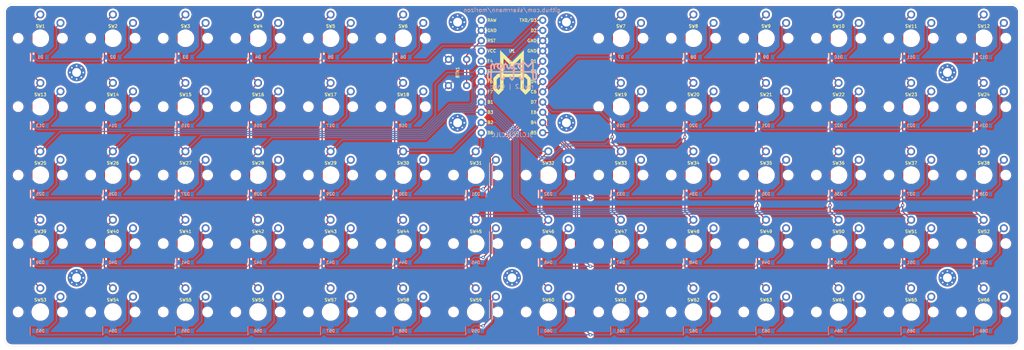
<source format=kicad_pcb>
(kicad_pcb (version 20221018) (generator pcbnew)
  (title_block (title "Morizon Choc") (date "2023-11-09") (rev "1.2") (company "skarrmann"))
  (layers (0 "F.Cu" signal) (31 "B.Cu" signal) (34 "B.Paste" user) (35 "F.Paste" user) (36 "B.SilkS" user "B.Silkscreen") (37 "F.SilkS" user "F.Silkscreen") (38 "B.Mask" user) (39 "F.Mask" user) (44 "Edge.Cuts" user))
  (net 0 "")
  (net 1 "Net-(D1-Pad2)")
  (net 2 "Net-(D2-Pad2)")
  (net 3 "Net-(D3-Pad2)")
  (net 4 "Net-(D4-Pad2)")
  (net 5 "Net-(D5-Pad2)")
  (net 6 "Net-(D6-Pad2)")
  (net 7 "Net-(D7-Pad2)")
  (net 8 "Net-(D8-Pad2)")
  (net 9 "Net-(D9-Pad2)")
  (net 10 "Net-(D10-Pad2)")
  (net 11 "Net-(D11-Pad2)")
  (net 12 "Net-(D12-Pad2)")
  (net 13 "Net-(D13-Pad2)")
  (net 14 "Net-(D14-Pad2)")
  (net 15 "Net-(D15-Pad2)")
  (net 16 "Net-(D16-Pad2)")
  (net 17 "Net-(D17-Pad2)")
  (net 18 "Net-(D18-Pad2)")
  (net 19 "Net-(D19-Pad2)")
  (net 20 "Net-(D20-Pad2)")
  (net 21 "Net-(D21-Pad2)")
  (net 22 "Net-(D22-Pad2)")
  (net 23 "Net-(D23-Pad2)")
  (net 24 "Net-(D24-Pad2)")
  (net 25 "Net-(D25-Pad2)")
  (net 26 "Net-(D26-Pad2)")
  (net 27 "Net-(D27-Pad2)")
  (net 28 "Net-(D28-Pad2)")
  (net 29 "Net-(D29-Pad2)")
  (net 30 "Net-(D30-Pad2)")
  (net 31 "Net-(D31-Pad2)")
  (net 32 "Net-(D32-Pad2)")
  (net 33 "Net-(D33-Pad2)")
  (net 34 "Net-(D34-Pad2)")
  (net 35 "Net-(D35-Pad2)")
  (net 36 "Net-(D36-Pad2)")
  (net 37 "Net-(D37-Pad2)")
  (net 38 "Net-(D38-Pad2)")
  (net 39 "Net-(D39-Pad2)")
  (net 40 "Net-(D40-Pad2)")
  (net 41 "Net-(D41-Pad2)")
  (net 42 "Net-(D42-Pad2)")
  (net 43 "GND")
  (net 44 "COL1")
  (net 45 "COL2")
  (net 46 "COL3")
  (net 47 "COL4")
  (net 48 "COL5")
  (net 49 "COL6")
  (net 50 "ROW1")
  (net 51 "ROW2")
  (net 52 "ROW3")
  (net 53 "ROW4")
  (net 54 "Net-(H1-Pad1)")
  (net 55 "Net-(H2-Pad1)")
  (net 56 "Net-(H3-Pad1)")
  (net 57 "Net-(H4-Pad1)")
  (net 58 "Net-(D43-Pad2)")
  (net 59 "Net-(D44-Pad2)")
  (net 60 "Net-(D45-Pad2)")
  (net 61 "Net-(D46-Pad2)")
  (net 62 "Net-(D47-Pad2)")
  (net 63 "Net-(D48-Pad2)")
  (net 64 "Net-(D49-Pad2)")
  (net 65 "Net-(D50-Pad2)")
  (net 66 "COL7")
  (net 67 "Net-(H5-Pad1)")
  (net 68 "Net-(H6-Pad1)")
  (net 69 "Net-(H7-Pad1)")
  (net 70 "Net-(H8-Pad1)")
  (net 71 "RESET")
  (net 72 "Net-(D51-Pad2)")
  (net 73 "Net-(D52-Pad2)")
  (net 74 "ROW5")
  (net 75 "ROW6")
  (net 76 "ROW7")
  (net 77 "ROW8")
  (net 78 "Net-(D53-Pad2)")
  (net 79 "ROW9")
  (net 80 "Net-(D54-Pad2)")
  (net 81 "ROW10")
  (net 82 "Net-(D55-Pad2)")
  (net 83 "Net-(D56-Pad2)")
  (net 84 "Net-(D57-Pad2)")
  (net 85 "Net-(D58-Pad2)")
  (net 86 "Net-(D59-Pad2)")
  (net 87 "Net-(D60-Pad2)")
  (net 88 "Net-(D61-Pad2)")
  (net 89 "Net-(D62-Pad2)")
  (net 90 "Net-(D63-Pad2)")
  (net 91 "Net-(D64-Pad2)")
  (net 92 "Net-(D65-Pad2)")
  (net 93 "Net-(D66-Pad2)")
  (net 94 "Net-(H9-Pad1)")
  (footprint "horizon-footprints:SW_Choc" (layer "F.Cu") (at 31 70.5)
    (fp_text reference "SW1")
    (fp_text value "SW_Push")
  )
  (footprint "horizon-footprints:SW_Choc" (layer "F.Cu") (at 31 87.5)
    (fp_text reference "SW13")
    (fp_text value "SW_Push")
  )
  (footprint "horizon-footprints:SW_Choc" (layer "F.Cu") (at 31 104.5)
    (fp_text reference "SW25")
    (fp_text value "SW_Push")
  )
  (footprint "horizon-footprints:SW_Choc" (layer "F.Cu") (at 31 121.5)
    (fp_text reference "SW39")
    (fp_text value "SW_Push")
  )
  (footprint "horizon-footprints:SW_Push_6mm" (layer "F.Cu") (at 134.5 79 -90)
    (fp_text reference "BTN1")
    (fp_text value "RESET")
  )
  (footprint "horizon-footprints:Mount_M2" (layer "F.Cu") (at 256 130)
    (fp_text reference "H4" hide)
    (fp_text value "Hole_Pad" hide)
  )
  (footprint "horizon-footprints:Mount_M2" (layer "F.Cu") (at 256 79)
    (fp_text reference "H2" hide)
    (fp_text value "Hole_Pad" hide)
  )
  (footprint "horizon-footprints:Mount_M2" (layer "F.Cu") (at 40 79)
    (fp_text reference "H1" hide)
    (fp_text value "Hole_Pad" hide)
  )
  (footprint "horizon-footprints:Mount_M2" (layer "F.Cu") (at 40 130)
    (fp_text reference "H3" hide)
    (fp_text value "Hole_Pad" hide)
  )
  (footprint "horizon-footprints:Pro-Micro" (layer "F.Cu") (at 148 62)
    (fp_text reference "U1")
    (fp_text value "PRO-MICRO" hide)
  )
  (footprint "horizon-footprints:SW_Choc" (layer "F.Cu") (at 49 70.5)
    (fp_text reference "SW2")
    (fp_text value "SW_Push")
  )
  (footprint "horizon-footprints:SW_Choc" (layer "F.Cu") (at 67 70.5)
    (fp_text reference "SW3")
    (fp_text value "SW_Push")
  )
  (footprint "horizon-footprints:SW_Choc" (layer "F.Cu") (at 85 70.5)
    (fp_text reference "SW4")
    (fp_text value "SW_Push")
  )
  (footprint "horizon-footprints:SW_Choc" (layer "F.Cu") (at 103 70.5)
    (fp_text reference "SW5")
    (fp_text value "SW_Push")
  )
  (footprint "horizon-footprints:SW_Choc" (layer "F.Cu") (at 121 70.5)
    (fp_text reference "SW6")
    (fp_text value "SW_Push")
  )
  (footprint "horizon-footprints:SW_Choc" (layer "F.Cu") (at 175 70.5)
    (fp_text reference "SW7")
    (fp_text value "SW_Push")
  )
  (footprint "horizon-footprints:SW_Choc" (layer "F.Cu") (at 193 70.5)
    (fp_text reference "SW8")
    (fp_text value "SW_Push")
  )
  (footprint "horizon-footprints:SW_Choc" (layer "F.Cu") (at 211 70.5)
    (fp_text reference "SW9")
    (fp_text value "SW_Push")
  )
  (footprint "horizon-footprints:SW_Choc" (layer "F.Cu") (at 229 70.5)
    (fp_text reference "SW10")
    (fp_text value "SW_Push")
  )
  (footprint "horizon-footprints:SW_Choc" (layer "F.Cu") (at 247 70.5)
    (fp_text reference "SW11")
    (fp_text value "SW_Push")
  )
  (footprint "horizon-footprints:SW_Choc" (layer "F.Cu") (at 265 70.5)
    (fp_text reference "SW12")
    (fp_text value "SW_Push")
  )
  (footprint "horizon-footprints:SW_Choc" (layer "F.Cu") (at 49 87.5)
    (fp_text reference "SW14")
    (fp_text value "SW_Push")
  )
  (footprint "horizon-footprints:SW_Choc" (layer "F.Cu") (at 67 87.5)
    (fp_text reference "SW15")
    (fp_text value "SW_Push")
  )
  (footprint "horizon-footprints:SW_Choc" (layer "F.Cu") (at 85 87.5)
    (fp_text reference "SW16")
    (fp_text value "SW_Push")
  )
  (footprint "horizon-footprints:SW_Choc" (layer "F.Cu") (at 103 87.5)
    (fp_text reference "SW17")
    (fp_text value "SW_Push")
  )
  (footprint "horizon-footprints:SW_Choc" (layer "F.Cu") (at 121 87.5)
    (fp_text reference "SW18")
    (fp_text value "SW_Push")
  )
  (footprint "horizon-footprints:SW_Choc" (layer "F.Cu") (at 175 87.5)
    (fp_text reference "SW19")
    (fp_text value "SW_Push")
  )
  (footprint "horizon-footprints:SW_Choc" (layer "F.Cu") (at 193 87.5)
    (fp_text reference "SW20")
    (fp_text value "SW_Push")
  )
  (footprint "horizon-footprints:SW_Choc" (layer "F.Cu") (at 211 87.5)
    (fp_text reference "SW21")
    (fp_text value "SW_Push")
  )
  (footprint "horizon-footprints:SW_Choc" (layer "F.Cu") (at 229 87.5)
    (fp_text reference "SW22")
    (fp_text value "SW_Push")
  )
  (footprint "horizon-footprints:SW_Choc" (layer "F.Cu") (at 247 87.5)
    (fp_text reference "SW23")
    (fp_text value "SW_Push")
  )
  (footprint "horizon-footprints:SW_Choc" (layer "F.Cu") (at 265 87.5)
    (fp_text reference "SW24")
    (fp_text value "SW_Push")
  )
  (footprint "horizon-footprints:SW_Choc" (layer "F.Cu") (at 49 104.5)
    (fp_text reference "SW26")
    (fp_text value "SW_Push")
  )
  (footprint "horizon-footprints:SW_Choc" (layer "F.Cu") (at 67 104.5)
    (fp_text reference "SW27")
    (fp_text value "SW_Push")
  )
  (footprint "horizon-footprints:SW_Choc" (layer "F.Cu") (at 85 104.5)
    (fp_text reference "SW28")
    (fp_text value "SW_Push")
  )
  (footprint "horizon-footprints:SW_Choc" (layer "F.Cu") (at 103 104.5)
    (fp_text reference "SW29")
    (fp_text value "SW_Push")
  )
  (footprint "horizon-footprints:SW_Choc" (layer "F.Cu") (at 121 104.5)
    (fp_text reference "SW30")
    (fp_text value "SW_Push")
  )
  (footprint "horizon-footprints:SW_Choc" (layer "F.Cu") (at 175 104.5)
    (fp_text reference "SW33")
    (fp_text value "SW_Push")
  )
  (footprint "horizon-footprints:SW_Choc" (layer "F.Cu") (at 193 104.5)
    (fp_text reference "SW34")
    (fp_text value "SW_Push")
  )
  (footprint "horizon-footprints:SW_Choc" (layer "F.Cu") (at 211 104.5)
    (fp_text reference "SW35")
    (fp_text value "SW_Push")
  )
  (footprint "horizon-footprints:SW_Choc" (layer "F.Cu") (at 229 104.5)
    (fp_text reference "SW36")
    (fp_text value "SW_Push")
  )
  (footprint "horizon-footprints:SW_Choc" (layer "F.Cu") (at 247 104.5)
    (fp_text reference "SW37")
    (fp_text value "SW_Push")
  )
  (footprint "horizon-footprints:SW_Choc" (layer "F.Cu") (at 265 104.5)
    (fp_text reference "SW38")
    (fp_text value "SW_Push")
  )
  (footprint "horizon-footprints:SW_Choc" (layer "F.Cu") (at 49 121.5)
    (fp_text reference "SW40")
    (fp_text value "SW_Push")
  )
  (footprint "horizon-footprints:SW_Choc" (layer "F.Cu") (at 67 121.5)
    (fp_text reference "SW41")
    (fp_text value "SW_Push")
  )
  (footprint "horizon-footprints:SW_Choc" (layer "F.Cu") (at 85 121.5)
    (fp_text reference "SW42")
    (fp_text value "SW_Push")
  )
  (footprint "horizon-footprints:SW_Choc" (layer "F.Cu") (at 103 121.5)
    (fp_text reference "SW43")
    (fp_text value "SW_Push")
  )
  (footprint "horizon-footprints:SW_Choc" (layer "F.Cu") (at 121 121.5)
    (fp_text reference "SW44")
    (fp_text value "SW_Push")
  )
  (footprint "horizon-footprints:SW_Choc" (layer "F.Cu") (at 139 121.5)
    (fp_text reference "SW45")
    (fp_text value "SW_Push")
  )
  (footprint "horizon-footprints:SW_Choc" (layer "F.Cu") (at 157 121.5)
    (fp_text reference "SW46")
    (fp_text value "SW_Push")
  )
  (footprint "horizon-footprints:SW_Choc" (layer "F.Cu") (at 175 121.5)
    (fp_text reference "SW47")
    (fp_text value "SW_Push")
  )
  (footprint "horizon-footprints:SW_Choc" (layer "F.Cu") (at 193 121.5)
    (fp_text reference "SW48")
    (fp_text value "SW_Push")
  )
  (footprint "horizon-footprints:SW_Choc" (layer "F.Cu") (at 211 121.5)
    (fp_text reference "SW49")
    (fp_text value "SW_Push")
  )
  (footprint "horizon-footprints:SW_Choc" (layer "F.Cu") (at 229 121.5)
    (fp_text reference "SW50")
    (fp_text value "SW_Push")
  )
  (footprint "horizon-footprints:SW_Choc" (layer "F.Cu") (at 247 121.5)
    (fp_text reference "SW51")
    (fp_text value "SW_Push")
  )
  (footprint "horizon-footprints:SW_Choc" (layer "F.Cu") (at 265 121.5)
    (fp_text reference "SW52")
    (fp_text value "SW_Push")
  )
  (footprint "horizon-footprints:SW_Choc" (layer "F.Cu") (at 139 104.5)
    (fp_text reference "SW31")
    (fp_text value "SW_Push")
  )
  (footprint "horizon-footprints:SW_Choc" (layer "F.Cu") (at 157 104.5)
    (fp_text reference "SW32")
    (fp_text value "SW_Push")
  )
  (footprint "horizon-footprints:Mount_M2" (layer "F.Cu") (at 134.5 66.5)
    (fp_text reference "H5" hide)
    (fp_text value "Hole_Pad" hide)
  )
  (footprint "horizon-footprints:Mount_M2" (layer "F.Cu") (at 161.5 66.5)
    (fp_text reference "H6" hide)
    (fp_text value "Hole_Pad" hide)
  )
  (footprint "horizon-footprints:Mount_M2" (layer "F.Cu") (at 134.5 91.5)
    (fp_text reference "H7" hide)
    (fp_text value "Hole_Pad" hide)
  )
  (footprint "horizon-footprints:Mount_M2" (layer "F.Cu") (at 161.5 91.5)
    (fp_text reference "H8" hide)
    (fp_text value "Hole_Pad" hide)
  )
  (footprint "horizon-footprints:Logo_Morizon_M" (layer "F.Cu") (at 148 79)
    (fp_text reference "LOGO2" hide)
    (fp_text value "Logo-Top" hide)
  )
  (footprint "horizon-footprints:Mount_M2" (layer "F.Cu") (at 148 130)
    (fp_text reference "H9" hide)
    (fp_text value "Hole_Pad" hide)
  )
  (footprint "horizon-footprints:SW_Choc" (layer "F.Cu") (at 31 138.5)
    (fp_text reference "SW53")
    (fp_text value "SW_Push")
  )
  (footprint "horizon-footprints:SW_Choc" (layer "F.Cu") (at 49 138.5)
    (fp_text reference "SW54")
    (fp_text value "SW_Push")
  )
  (footprint "horizon-footprints:SW_Choc" (layer "F.Cu") (at 67 138.5)
    (fp_text reference "SW55")
    (fp_text value "SW_Push")
  )
  (footprint "horizon-footprints:SW_Choc" (layer "F.Cu") (at 85 138.5)
    (fp_text reference "SW56")
    (fp_text value "SW_Push")
  )
  (footprint "horizon-footprints:SW_Choc" (layer "F.Cu") (at 103 138.5)
    (fp_text reference "SW57")
    (fp_text value "SW_Push")
  )
  (footprint "horizon-footprints:SW_Choc" (layer "F.Cu") (at 121 138.5)
    (fp_text reference "SW58")
    (fp_text value "SW_Push")
  )
  (footprint "horizon-footprints:SW_Choc" (layer "F.Cu") (at 139 138.5)
    (fp_text reference "SW59")
    (fp_text value "SW_Push")
  )
  (footprint "horizon-footprints:SW_Choc" (layer "F.Cu") (at 157 138.5)
    (fp_text reference "SW60")
    (fp_text value "SW_Push")
  )
  (footprint "horizon-footprints:SW_Choc" (layer "F.Cu") (at 175 138.5)
    (fp_text reference "SW61")
    (fp_text value "SW_Push")
  )
  (footprint "horizon-footprints:SW_Choc" (layer "F.Cu") (at 193 138.5)
    (fp_text reference "SW62")
    (fp_text value "SW_Push")
  )
  (footprint "horizon-footprints:SW_Choc" (layer "F.Cu") (at 211 138.5)
    (fp_text reference "SW63")
    (fp_text value "SW_Push")
  )
  (footprint "horizon-footprints:SW_Choc" (layer "F.Cu") (at 229 138.5)
    (fp_text reference "SW64")
    (fp_text value "SW_Push")
  )
  (footprint "horizon-footprints:SW_Choc" (layer "F.Cu") (at 247 138.5)
    (fp_text reference "SW65")
    (fp_text value "SW_Push")
  )
  (footprint "horizon-footprints:SW_Choc" (layer "F.Cu") (at 265 138.5)
    (fp_text reference "SW66")
    (fp_text value "SW_Push")
  )
  (footprint "horizon-footprints:Logo_Morizon_Small" (layer "B.Cu") (at 148 78.5 180)
    (fp_text reference "LOGO1" hide)
    (fp_text value "Logo-Bottom" hide)
  )
  (footprint "horizon-footprints:D_SOD-123" (layer "B.Cu") (at 31 109.2)
    (fp_text reference "D25")
    (fp_text value "D" hide)
  )
  (footprint "horizon-footprints:D_SOD-123" (layer "B.Cu") (at 31 126.2)
    (fp_text reference "D39")
    (fp_text value "D" hide)
  )
  (footprint "horizon-footprints:D_SOD-123" (layer "B.Cu") (at 31 75.2)
    (fp_text reference "D1")
    (fp_text value "D" hide)
  )
  (footprint "horizon-footprints:D_SOD-123" (layer "B.Cu") (at 49 75.2)
    (fp_text reference "D2")
    (fp_text value "D" hide)
  )
  (footprint "horizon-footprints:D_SOD-123" (layer "B.Cu") (at 67 75.2)
    (fp_text reference "D3")
    (fp_text value "D" hide)
  )
  (footprint "horizon-footprints:D_SOD-123" (layer "B.Cu") (at 85 75.2)
    (fp_text reference "D4")
    (fp_text value "D" hide)
  )
  (footprint "horizon-footprints:D_SOD-123" (layer "B.Cu") (at 103 75.2)
    (fp_text reference "D5")
    (fp_text value "D" hide)
  )
  (footprint "horizon-footprints:D_SOD-123" (layer "B.Cu") (at 121 75.2)
    (fp_text reference "D6")
    (fp_text value "D" hide)
  )
  (footprint "horizon-footprints:D_SOD-123" (layer "B.Cu") (at 175 75.2)
    (fp_text reference "D7")
    (fp_text value "D" hide)
  )
  (footprint "horizon-footprints:D_SOD-123" (layer "B.Cu") (at 193 75.2)
    (fp_text reference "D8")
    (fp_text value "D" hide)
  )
  (footprint "horizon-footprints:D_SOD-123" (layer "B.Cu") (at 211 75.2)
    (fp_text reference "D9")
    (fp_text value "D" hide)
  )
  (footprint "horizon-footprints:D_SOD-123" (layer "B.Cu") (at 229 75.2)
    (fp_text reference "D10")
    (fp_text value "D" hide)
  )
  (footprint "horizon-footprints:D_SOD-123" (layer "B.Cu") (at 247 75.2)
    (fp_text reference "D11")
    (fp_text value "D" hide)
  )
  (footprint "horizon-footprints:D_SOD-123" (layer "B.Cu") (at 265 75.2)
    (fp_text reference "D12")
    (fp_text value "D" hide)
  )
  (footprint "horizon-footprints:D_SOD-123" (layer "B.Cu") (at 49 92.2)
    (fp_text reference "D14")
    (fp_text value "D" hide)
  )
  (footprint "horizon-footprints:D_SOD-123" (layer "B.Cu") (at 67 92.2)
    (fp_text reference "D15")
    (fp_text value "D" hide)
  )
  (footprint "horizon-footprints:D_SOD-123" (layer "B.Cu") (at 85 92.2)
    (fp_text reference "D16")
    (fp_text value "D" hide)
  )
  (footprint "horizon-footprints:D_SOD-123" (layer "B.Cu") (at 103 92.2)
    (fp_text reference "D17")
    (fp_text value "D" hide)
  )
  (footprint "horizon-footprints:D_SOD-123" (layer "B.Cu") (at 121 92.2)
    (fp_text reference "D18")
    (fp_text value "D" hide)
  )
  (footprint "horizon-footprints:D_SOD-123" (layer "B.Cu") (at 175 92.2)
    (fp_text reference "D19")
    (fp_text value "D" hide)
  )
  (footprint "horizon-footprints:D_SOD-123" (layer "B.Cu") (at 193 92.2)
    (fp_text reference "D20")
    (fp_text value "D" hide)
  )
  (footprint "horizon-footprints:D_SOD-123" (layer "B.Cu") (at 211 92.2)
    (fp_text reference "D21")
    (fp_text value "D" hide)
  )
  (footprint "horizon-footprints:D_SOD-123" (layer "B.Cu") (at 229 92.2)
    (fp_text reference "D22")
    (fp_text value "D" hide)
  )
  (footprint "horizon-footprints:D_SOD-123" (layer "B.Cu") (at 247 92.2)
    (fp_text reference "D23")
    (fp_text value "D" hide)
  )
  (footprint "horizon-footprints:D_SOD-123" (layer "B.Cu") (at 265 92.2)
    (fp_text reference "D24")
    (fp_text value "D" hide)
  )
  (footprint "horizon-footprints:D_SOD-123" (layer "B.Cu") (at 49 109.2)
    (fp_text reference "D26")
    (fp_text value "D" hide)
  )
  (footprint "horizon-footprints:D_SOD-123" (layer "B.Cu") (at 67 109.2)
    (fp_text reference "D27")
    (fp_text value "D" hide)
  )
  (footprint "horizon-footprints:D_SOD-123" (layer "B.Cu") (at 85 109.2)
    (fp_text reference "D28")
    (fp_text value "D" hide)
  )
  (footprint "horizon-footprints:D_SOD-123" (layer "B.Cu") (at 103 109.2)
    (fp_text reference "D29")
    (fp_text value "D" hide)
  )
  (footprint "horizon-footprints:D_SOD-123" (layer "B.Cu") (at 121 109.2)
    (fp_text reference "D30")
    (fp_text value "D" hide)
  )
  (footprint "horizon-footprints:D_SOD-123" (layer "B.Cu") (at 175 109.2)
    (fp_text reference "D33")
    (fp_text value "D" hide)
  )
  (footprint "horizon-footprints:D_SOD-123" (layer "B.Cu") (at 193 109.2)
    (fp_text reference "D34")
    (fp_text value "D" hide)
  )
  (footprint "horizon-footprints:D_SOD-123" (layer "B.Cu") (at 211 109.2)
    (fp_text reference "D35")
    (fp_text value "D" hide)
  )
  (footprint "horizon-footprints:D_SOD-123" (layer "B.Cu") (at 229 109.2)
    (fp_text reference "D36")
    (fp_text value "D" hide)
  )
  (footprint "horizon-footprints:D_SOD-123" (layer "B.Cu") (at 247 109.2)
    (fp_text reference "D37")
    (fp_text value "D" hide)
  )
  (footprint "horizon-footprints:D_SOD-123" (layer "B.Cu") (at 265 109.2)
    (fp_text reference "D38")
    (fp_text value "D" hide)
  )
  (footprint "horizon-footprints:D_SOD-123" (layer "B.Cu") (at 49 126.2)
    (fp_text reference "D40")
    (fp_text value "D" hide)
  )
  (footprint "horizon-footprints:D_SOD-123" (layer "B.Cu") (at 67 126.2)
    (fp_text reference "D41")
    (fp_text value "D" hide)
  )
  (footprint "horizon-footprints:D_SOD-123" (layer "B.Cu") (at 85 126.2)
    (fp_text reference "D42")
    (fp_text value "D" hide)
  )
  (footprint "horizon-footprints:D_SOD-123" (layer "B.Cu") (at 103 126.2)
    (fp_text reference "D43")
    (fp_text value "D" hide)
  )
  (footprint "horizon-footprints:D_SOD-123" (layer "B.Cu") (at 121 126.2)
    (fp_text reference "D44")
    (fp_text value "D" hide)
  )
  (footprint "horizon-footprints:D_SOD-123" (layer "B.Cu") (at 139 126.2)
    (fp_text reference "D45")
    (fp_text value "D" hide)
  )
  (footprint "horizon-footprints:D_SOD-123" (layer "B.Cu") (at 157 126.2)
    (fp_text reference "D46")
    (fp_text value "D" hide)
  )
  (footprint "horizon-footprints:D_SOD-123" (layer "B.Cu") (at 175 126.2)
    (fp_text reference "D47")
    (fp_text value "D" hide)
  )
  (footprint "horizon-footprints:D_SOD-123" (layer "B.Cu") (at 193 126.2)
    (fp_text reference "D48")
    (fp_text value "D" hide)
  )
  (footprint "horizon-footprints:D_SOD-123" (layer "B.Cu") (at 211 126.2)
    (fp_text reference "D49")
    (fp_text value "D" hide)
  )
  (footprint "horizon-footprints:D_SOD-123" (layer "B.Cu") (at 229 126.2)
    (fp_text reference "D50")
    (fp_text value "D" hide)
  )
  (footprint "horizon-footprints:D_SOD-123" (layer "B.Cu") (at 247 126.2)
    (fp_text reference "D51")
    (fp_text value "D" hide)
  )
  (footprint "horizon-footprints:D_SOD-123" (layer "B.Cu") (at 265 126.2)
    (fp_text reference "D52")
    (fp_text value "D" hide)
  )
  (footprint "horizon-footprints:D_SOD-123" (layer "B.Cu") (at 139 109.2)
    (fp_text reference "D31")
    (fp_text value "D" hide)
  )
  (footprint "horizon-footprints:D_SOD-123" (layer "B.Cu") (at 157 109.2)
    (fp_text reference "D32")
    (fp_text value "D" hide)
  )
  (footprint "horizon-footprints:D_SOD-123" (layer "B.Cu") (at 31 143.2)
    (fp_text reference "D53")
    (fp_text value "D" hide)
  )
  (footprint "horizon-footprints:D_SOD-123" (layer "B.Cu") (at 49 143.2)
    (fp_text reference "D54")
    (fp_text value "D" hide)
  )
  (footprint "horizon-footprints:D_SOD-123" (layer "B.Cu") (at 67 143.2)
    (fp_text reference "D55")
    (fp_text value "D" hide)
  )
  (footprint "horizon-footprints:D_SOD-123" (layer "B.Cu") (at 85 143.2)
    (fp_text reference "D56")
    (fp_text value "D" hide)
  )
  (footprint "horizon-footprints:D_SOD-123" (layer "B.Cu") (at 103 143.2)
    (fp_text reference "D57")
    (fp_text value "D" hide)
  )
  (footprint "horizon-footprints:D_SOD-123" (layer "B.Cu") (at 121 143.2)
    (fp_text reference "D58")
    (fp_text value "D" hide)
  )
  (footprint "horizon-footprints:D_SOD-123" (layer "B.Cu") (at 139 143.2)
    (fp_text reference "D59")
    (fp_text value "D" hide)
  )
  (footprint "horizon-footprints:D_SOD-123" (layer "B.Cu") (at 157 143.2)
    (fp_text reference "D60")
    (fp_text value "D" hide)
  )
  (footprint "horizon-footprints:D_SOD-123" (layer "B.Cu") (at 175 143.2)
    (fp_text reference "D61")
    (fp_text value "D" hide)
  )
  (footprint "horizon-footprints:D_SOD-123" (layer "B.Cu") (at 193 143.2)
    (fp_text reference "D62")
    (fp_text value "D" hide)
  )
  (footprint "horizon-footprints:D_SOD-123" (layer "B.Cu") (at 211 143.2)
    (fp_text reference "D63")
    (fp_text value "D" hide)
  )
  (footprint "horizon-footprints:D_SOD-123" (layer "B.Cu") (at 229 143.2)
    (fp_text reference "D64")
    (fp_text value "D" hide)
  )
  (footprint "horizon-footprints:D_SOD-123" (layer "B.Cu") (at 247 143.2)
    (fp_text reference "D65")
    (fp_text value "D" hide)
  )
  (footprint "horizon-footprints:D_SOD-123" (layer "B.Cu") (at 265 143.2)
    (fp_text reference "D66")
    (fp_text value "D" hide)
  )
  (footprint "horizon-footprints:D_SOD-123" (layer "B.Cu") (at 31 92.2)
    (fp_text reference "D13")
    (fp_text value "D" hide)
  )
  (gr_line (start 22 145) (end 22 64) (stroke (width 0.05)) (layer "Edge.Cuts"))
  (gr_line (start 24 147) (end 272 147) (stroke (width 0.05)) (layer "Edge.Cuts"))
  (gr_arc (start 24 147) (mid 22.585786 146.414214) (end 22 145) (stroke (width 0.05)) (layer "Edge.Cuts"))
  (gr_line (start 274 64) (end 274 145) (stroke (width 0.05)) (layer "Edge.Cuts"))
  (gr_arc (start 22 64) (mid 22.585786 62.585786) (end 24 62) (stroke (width 0.05)) (layer "Edge.Cuts"))
  (gr_line (start 24 62) (end 272 62) (stroke (width 0.05)) (layer "Edge.Cuts"))
  (gr_arc (start 272 62) (mid 273.414214 62.585786) (end 274 64) (stroke (width 0.05)) (layer "Edge.Cuts"))
  (gr_arc (start 274 145) (mid 273.414214 146.414214) (end 272 147) (stroke (width 0.05)) (layer "Edge.Cuts"))
  (gr_text "JLCJLCJLCJLC" (at 148 94.5) (layer "B.SilkS") (effects (font (size 1 1)) (justify mirror)))
  (gr_text "github.com/skarrmann/morizon" (at 148 63.5) (layer "B.SilkS") (effects (font (size 1 1)) (justify mirror)))
  (gr_text "rev1.2 | Choc" (at 148 82.5) (layer "B.SilkS") (effects (font (size 1 1)) (justify mirror)))
  (segment (start 32.65 75.2) (end 35.000001 72.849999) (width 0.3) (layer "B.Cu") (net 1))
  (segment (start 35.000001 67.699999) (end 36 66.7) (width 0.3) (layer "B.Cu") (net 1))
  (segment (start 35.000001 72.849999) (end 35.000001 67.699999) (width 0.3) (layer "B.Cu") (net 1))
  (segment (start 53.000001 72.849999) (end 53.000001 67.699999) (width 0.3) (layer "B.Cu") (net 2))
  (segment (start 53.000001 67.699999) (end 54 66.7) (width 0.3) (layer "B.Cu") (net 2))
  (segment (start 50.65 75.2) (end 53.000001 72.849999) (width 0.3) (layer "B.Cu") (net 2))
  (segment (start 71.000001 72.849999) (end 71.000001 67.699999) (width 0.3) (layer "B.Cu") (net 3))
  (segment (start 71.000001 67.699999) (end 72 66.7) (width 0.3) (layer "B.Cu") (net 3))
  (segment (start 68.65 75.2) (end 71.000001 72.849999) (width 0.3) (layer "B.Cu") (net 3))
  (segment (start 89.000001 72.849999) (end 89.000001 67.699999) (width 0.3) (layer "B.Cu") (net 4))
  (segment (start 89.000001 67.699999) (end 90 66.7) (width 0.3) (layer "B.Cu") (net 4))
  (segment (start 86.65 75.2) (end 89.000001 72.849999) (width 0.3) (layer "B.Cu") (net 4))
  (segment (start 107.000001 72.849999) (end 107.000001 67.699999) (width 0.3) (layer "B.Cu") (net 5))
  (segment (start 107.000001 67.699999) (end 108 66.7) (width 0.3) (layer "B.Cu") (net 5))
  (segment (start 104.65 75.2) (end 107.000001 72.849999) (width 0.3) (layer "B.Cu") (net 5))
  (segment (start 125.000001 67.699999) (end 126 66.7) (width 0.3) (layer "B.Cu") (net 6))
  (segment (start 125.000001 72.849999) (end 125.000001 67.699999) (width 0.3) (layer "B.Cu") (net 6))
  (segment (start 122.65 75.2) (end 125.000001 72.849999) (width 0.3) (layer "B.Cu") (net 6))
  (segment (start 179.000001 72.849999) (end 179.000001 67.699999) (width 0.3) (layer "B.Cu") (net 7))
  (segment (start 179.000001 67.699999) (end 180 66.7) (width 0.3) (layer "B.Cu") (net 7))
  (segment (start 176.65 75.2) (end 179.000001 72.849999) (width 0.3) (layer "B.Cu") (net 7))
  (segment (start 197.000001 72.849999) (end 197.000001 67.699999) (width 0.3) (layer "B.Cu") (net 8))
  (segment (start 197.000001 67.699999) (end 198 66.7) (width 0.3) (layer "B.Cu") (net 8))
  (segment (start 194.65 75.2) (end 197.000001 72.849999) (width 0.3) (layer "B.Cu") (net 8))
  (segment (start 215.000001 67.699999) (end 216 66.7) (width 0.3) (layer "B.Cu") (net 9))
  (segment (start 212.65 75.2) (end 215.000001 72.849999) (width 0.3) (layer "B.Cu") (net 9))
  (segment (start 215.000001 72.849999) (end 215.000001 67.699999) (width 0.3) (layer "B.Cu") (net 9))
  (segment (start 233.000001 72.849999) (end 233.000001 67.699999) (width 0.3) (layer "B.Cu") (net 10))
  (segment (start 230.65 75.2) (end 233.000001 72.849999) (width 0.3) (layer "B.Cu") (net 10))
  (segment (start 233.000001 67.699999) (end 234 66.7) (width 0.3) (layer "B.Cu") (net 10))
  (segment (start 251.000001 67.699999) (end 252 66.7) (width 0.3) (layer "B.Cu") (net 11))
  (segment (start 251.000001 72.849999) (end 251.000001 67.699999) (width 0.3) (layer "B.Cu") (net 11))
  (segment (start 248.65 75.2) (end 251.000001 72.849999) (width 0.3) (layer "B.Cu") (net 11))
  (segment (start 269.000001 72.849999) (end 269.000001 67.699999) (width 0.3) (layer "B.Cu") (net 12))
  (segment (start 266.65 75.2) (end 269.000001 72.849999) (width 0.3) (layer "B.Cu") (net 12))
  (segment (start 269.000001 67.699999) (end 270 66.7) (width 0.3) (layer "B.Cu") (net 12))
  (segment (start 32.65 92.2) (end 35.000001 89.849999) (width 0.3) (layer "B.Cu") (net 13))
  (segment (start 35.000001 89.849999) (end 35.000001 84.699999) (width 0.3) (layer "B.Cu") (net 13))
  (segment (start 35.000001 84.699999) (end 36 83.7) (width 0.3) (layer "B.Cu") (net 13))
  (segment (start 53.000001 89.849999) (end 53.000001 84.699999) (width 0.3) (layer "B.Cu") (net 14))
  (segment (start 50.65 92.2) (end 53.000001 89.849999) (width 0.3) (layer "B.Cu") (net 14))
  (segment (start 53.000001 84.699999) (end 54 83.7) (width 0.3) (layer "B.Cu") (net 14))
  (segment (start 68.65 92.2) (end 71.000001 89.849999) (width 0.3) (layer "B.Cu") (net 15))
  (segment (start 71.000001 84.699999) (end 72 83.7) (width 0.3) (layer "B.Cu") (net 15))
  (segment (start 71.000001 89.849999) (end 71.000001 84.699999) (width 0.3) (layer "B.Cu") (net 15))
  (segment (start 89.000001 84.699999) (end 90 83.7) (width 0.3) (layer "B.Cu") (net 16))
  (segment (start 86.65 92.2) (end 89.000001 89.849999) (width 0.3) (layer "B.Cu") (net 16))
  (segment (start 89.000001 89.849999) (end 89.000001 84.699999) (width 0.3) (layer "B.Cu") (net 16))
  (segment (start 104.65 92.2) (end 107.000001 89.849999) (width 0.3) (layer "B.Cu") (net 17))
  (segment (start 107.000001 89.849999) (end 107.000001 84.699999) (width 0.3) (layer "B.Cu") (net 17))
  (segment (start 107.000001 84.699999) (end 108 83.7) (width 0.3) (layer "B.Cu") (net 17))
  (segment (start 125.000001 89.849999) (end 125.000001 84.699999) (width 0.3) (layer "B.Cu") (net 18))
  (segment (start 122.65 92.2) (end 125.000001 89.849999) (width 0.3) (layer "B.Cu") (net 18))
  (segment (start 125.000001 84.699999) (end 126 83.7) (width 0.3) (layer "B.Cu") (net 18))
  (segment (start 179.000001 89.849999) (end 179.000001 84.699999) (width 0.3) (layer "B.Cu") (net 19))
  (segment (start 179.000001 84.699999) (end 180 83.7) (width 0.3) (layer "B.Cu") (net 19))
  (segment (start 176.65 92.2) (end 179.000001 89.849999) (width 0.3) (layer "B.Cu") (net 19))
  (segment (start 194.65 92.2) (end 197.000001 89.849999) (width 0.3) (layer "B.Cu") (net 20))
  (segment (start 197.000001 89.849999) (end 197.000001 84.699999) (width 0.3) (layer "B.Cu") (net 20))
  (segment (start 197.000001 84.699999) (end 198 83.7) (width 0.3) (layer "B.Cu") (net 20))
  (segment (start 215.000001 89.849999) (end 215.000001 84.699999) (width 0.3) (layer "B.Cu") (net 21))
  (segment (start 215.000001 84.699999) (end 216 83.7) (width 0.3) (layer "B.Cu") (net 21))
  (segment (start 212.65 92.2) (end 215.000001 89.849999) (width 0.3) (layer "B.Cu") (net 21))
  (segment (start 233.000001 84.699999) (end 234 83.7) (width 0.3) (layer "B.Cu") (net 22))
  (segment (start 230.65 92.2) (end 233.000001 89.849999) (width 0.3) (layer "B.Cu") (net 22))
  (segment (start 233.000001 89.849999) (end 233.000001 84.699999) (width 0.3) (layer "B.Cu") (net 22))
  (segment (start 251.000001 89.849999) (end 251.000001 84.699999) (width 0.3) (layer "B.Cu") (net 23))
  (segment (start 251.000001 84.699999) (end 252 83.7) (width 0.3) (layer "B.Cu") (net 23))
  (segment (start 248.65 92.2) (end 251.000001 89.849999) (width 0.3) (layer "B.Cu") (net 23))
  (segment (start 269.000001 84.699999) (end 270 83.7) (width 0.3) (layer "B.Cu") (net 24))
  (segment (start 269.000001 89.849999) (end 269.000001 84.699999) (width 0.3) (layer "B.Cu") (net 24))
  (segment (start 266.65 92.2) (end 269.000001 89.849999) (width 0.3) (layer "B.Cu") (net 24))
  (segment (start 32.65 109.2) (end 35.000001 106.849999) (width 0.3) (layer "B.Cu") (net 25))
  (segment (start 35.000001 106.849999) (end 35.000001 101.699999) (width 0.3) (layer "B.Cu") (net 25))
  (segment (start 35.000001 101.699999) (end 36 100.7) (width 0.3) (layer "B.Cu") (net 25))
  (segment (start 50.65 109.2) (end 53.000001 106.849999) (width 0.3) (layer "B.Cu") (net 26))
  (segment (start 53.000001 101.699999) (end 54 100.7) (width 0.3) (layer "B.Cu") (net 26))
  (segment (start 53.000001 106.849999) (end 53.000001 101.699999) (width 0.3) (layer "B.Cu") (net 26))
  (segment (start 71.000001 101.699999) (end 72 100.7) (width 0.3) (layer "B.Cu") (net 27))
  (segment (start 71.000001 106.849999) (end 71.000001 101.699999) (width 0.3) (layer "B.Cu") (net 27))
  (segment (start 68.65 109.2) (end 71.000001 106.849999) (width 0.3) (layer "B.Cu") (net 27))
  (segment (start 89.000001 106.849999) (end 89.000001 101.699999) (width 0.3) (layer "B.Cu") (net 28))
  (segment (start 86.65 109.2) (end 89.000001 106.849999) (width 0.3) (layer "B.Cu") (net 28))
  (segment (start 89.000001 101.699999) (end 90 100.7) (width 0.3) (layer "B.Cu") (net 28))
  (segment (start 107.000001 101.699999) (end 108 100.7) (width 0.3) (layer "B.Cu") (net 29))
  (segment (start 107.000001 106.849999) (end 107.000001 101.699999) (width 0.3) (layer "B.Cu") (net 29))
  (segment (start 104.65 109.2) (end 107.000001 106.849999) (width 0.3) (layer "B.Cu") (net 29))
  (segment (start 125.000001 106.849999) (end 125.000001 101.699999) (width 0.3) (layer "B.Cu") (net 30))
  (segment (start 125.000001 101.699999) (end 126 100.7) (width 0.3) (layer "B.Cu") (net 30))
  (segment (start 122.65 109.2) (end 125.000001 106.849999) (width 0.3) (layer "B.Cu") (net 30))
  (segment (start 140.65 109.2) (end 143.000001 106.849999) (width 0.3) (layer "B.Cu") (net 31))
  (segment (start 143.000001 101.699999) (end 144 100.7) (width 0.3) (layer "B.Cu") (net 31))
  (segment (start 143.000001 106.849999) (end 143.000001 101.699999) (width 0.3) (layer "B.Cu") (net 31))
  (segment (start 161.000001 101.699999) (end 162 100.7) (width 0.3) (layer "B.Cu") (net 32))
  (segment (start 158.65 109.2) (end 161.000001 106.849999) (width 0.3) (layer "B.Cu") (net 32))
  (segment (start 161.000001 106.849999) (end 161.000001 101.699999) (width 0.3) (layer "B.Cu") (net 32))
  (segment (start 179.000001 106.849999) (end 179.000001 101.699999) (width 0.3) (layer "B.Cu") (net 33))
  (segment (start 176.65 109.2) (end 179.000001 106.849999) (width 0.3) (layer "B.Cu") (net 33))
  (segment (start 179.000001 101.699999) (end 180 100.7) (width 0.3) (layer "B.Cu") (net 33))
  (segment (start 194.65 109.2) (end 197.000001 106.849999) (width 0.3) (layer "B.Cu") (net 34))
  (segment (start 197.000001 106.849999) (end 197.000001 101.699999) (width 0.3) (layer "B.Cu") (net 34))
  (segment (start 197.000001 101.699999) (end 198 100.7) (width 0.3) (layer "B.Cu") (net 34))
  (segment (start 215.000001 106.849999) (end 215.000001 101.699999) (width 0.3) (layer "B.Cu") (net 35))
  (segment (start 212.65 109.2) (end 215.000001 106.849999) (width 0.3) (layer "B.Cu") (net 35))
  (segment (start 215.000001 101.699999) (end 216 100.7) (width 0.3) (layer "B.Cu") (net 35))
  (segment (start 233.000001 101.699999) (end 234 100.7) (width 0.3) (layer "B.Cu") (net 36))
  (segment (start 233.000001 106.849999) (end 233.000001 101.699999) (width 0.3) (layer "B.Cu") (net 36))
  (segment (start 230.65 109.2) (end 233.000001 106.849999) (width 0.3) (layer "B.Cu") (net 36))
  (segment (start 251.000001 106.849999) (end 251.000001 101.699999) (width 0.3) (layer "B.Cu") (net 37))
  (segment (start 248.65 109.2) (end 251.000001 106.849999) (width 0.3) (layer "B.Cu") (net 37))
  (segment (start 251.000001 101.699999) (end 252 100.7) (width 0.3) (layer "B.Cu") (net 37))
  (segment (start 266.65 109.2) (end 269.000001 106.849999) (width 0.3) (layer "B.Cu") (net 38))
  (segment (start 269.000001 101.699999) (end 270 100.7) (width 0.3) (layer "B.Cu") (net 38))
  (segment (start 269.000001 106.849999) (end 269.000001 101.699999) (width 0.3) (layer "B.Cu") (net 38))
  (segment (start 32.65 126.2) (end 35.000001 123.849999) (width 0.3) (layer "B.Cu") (net 39))
  (segment (start 35.000001 123.849999) (end 35.000001 118.699999) (width 0.3) (layer "B.Cu") (net 39))
  (segment (start 35.000001 118.699999) (end 36 117.7) (width 0.3) (layer "B.Cu") (net 39))
  (segment (start 53.000001 118.699999) (end 54 117.7) (width 0.3) (layer "B.Cu") (net 40))
  (segment (start 50.65 126.2) (end 53.000001 123.849999) (width 0.3) (layer "B.Cu") (net 40))
  (segment (start 53.000001 123.849999) (end 53.000001 118.699999) (width 0.3) (layer "B.Cu") (net 40))
  (segment (start 71.000001 118.699999) (end 72 117.7) (width 0.3) (layer "B.Cu") (net 41))
  (segment (start 68.65 126.2) (end 71.000001 123.849999) (width 0.3) (layer "B.Cu") (net 41))
  (segment (start 71.000001 123.849999) (end 71.000001 118.699999) (width 0.3) (layer "B.Cu") (net 41))
  (segment (start 89.000001 118.699999) (end 90 117.7) (width 0.3) (layer "B.Cu") (net 42))
  (segment (start 86.65 126.2) (end 89.000001 123.849999) (width 0.3) (layer "B.Cu") (net 42))
  (segment (start 89.000001 123.849999) (end 89.000001 118.699999) (width 0.3) (layer "B.Cu") (net 42))
  (via (at 148 73.5) (size 0.8) (drill 0.4) (layers "F.Cu" "B.Cu") (net 43))
  (segment (start 28.900479 100.699521) (end 28.900479 113.500479) (width 0.3) (layer "F.Cu") (net 44))
  (segment (start 157 115.6) (end 154.900479 117.699521) (width 0.3) (layer "F.Cu") (net 44))
  (segment (start 31 64.6) (end 28.900479 66.699521) (width 0.3) (layer "F.Cu") (net 44))
  (segment (start 28.900479 96.500479) (end 31 98.6) (width 0.3) (layer "F.Cu") (net 44))
  (segment (start 157 98.6) (end 154.900479 100.699521) (width 0.3) (layer "F.Cu") (net 44))
  (segment (start 31 115.6) (end 28.900479 117.699521) (width 0.3) (layer "F.Cu") (net 44))
  (segment (start 28.900479 83.699521) (end 28.900479 96.500479) (width 0.3) (layer "F.Cu") (net 44))
  (segment (start 28.900479 79.500479) (end 31 81.6) (width 0.3) (layer "F.Cu") (net 44))
  (segment (start 31 98.6) (end 28.900479 100.699521) (width 0.3) (layer "F.Cu") (net 44))
  (segment (start 31 81.6) (end 28.900479 83.699521) (width 0.3) (layer "F.Cu") (net 44))
  (segment (start 28.900479 66.699521) (end 28.900479 79.500479) (width 0.3) (layer "F.Cu") (net 44))
  (segment (start 28.900479 113.500479) (end 31 115.6) (width 0.3) (layer "F.Cu") (net 44))
  (segment (start 154.900479 100.699521) (end 154.900479 113.500479) (width 0.3) (layer "F.Cu") (net 44))
  (segment (start 28.900479 117.699521) (end 28.900479 130.500479) (width 0.3) (layer "F.Cu") (net 44))
  (segment (start 154.900479 117.699521) (end 154.900479 130.500479) (width 0.3) (layer "F.Cu") (net 44))
  (segment (start 154.900479 130.500479) (end 157 132.6) (width 0.3) (layer "F.Cu") (net 44))
  (segment (start 28.900479 130.500479) (end 31 132.6) (width 0.3) (layer "F.Cu") (net 44))
  (segment (start 154.900479 113.500479) (end 157 115.6) (width 0.3) (layer "F.Cu") (net 44))
  (segment (start 142.630021 86.478661) (end 142.630021 80.980021) (width 0.3) (layer "B.Cu") (net 44))
  (segment (start 138.129979 80.980021) (end 140.38 78.73) (width 0.3) (layer "B.Cu") (net 44))
  (segment (start 35.949989 93.650011) (end 125.747507 93.650011) (width 0.3) (layer "B.Cu") (net 44))
  (segment (start 154.75136 98.6) (end 142.630021 86.478661) (width 0.3) (layer "B.Cu") (net 44))
  (segment (start 142.630021 80.980021) (end 140.38 78.73) (width 0.3) (layer "B.Cu") (net 44))
  (segment (start 132.507558 86.88996) (end 137.5958 86.88996) (width 0.3) (layer "B.Cu") (net 44))
  (segment (start 125.747507 93.650011) (end 132.507558 86.88996) (width 0.3) (layer "B.Cu") (net 44))
  (segment (start 31 98.6) (end 35.949989 93.650011) (width 0.3) (layer "B.Cu") (net 44))
  (segment (start 137.5958 86.88996) (end 138.129979 86.355781) (width 0.3) (layer "B.Cu") (net 44))
  (segment (start 157 98.6) (end 154.75136 98.6) (width 0.3) (layer "B.Cu") (net 44))
  (segment (start 138.129979 86.355781) (end 138.129979 80.980021) (width 0.3) (layer "B.Cu") (net 44))
  (segment (start 175 81.6) (end 172.900479 83.699521) (width 0.3) (layer "F.Cu") (net 45))
  (segment (start 172.900479 83.699521) (end 172.900479 94.999521) (width 0.3) (layer "F.Cu") (net 45))
  (segment (start 46.900479 130.500479) (end 49 132.6) (width 0.3) (layer "F.Cu") (net 45))
  (segment (start 46.900479 66.699521) (end 46.900479 79.500479) (width 0.3) (layer "F.Cu") (net 45))
  (segment (start 172.900479 113.500479) (end 175 115.6) (width 0.3) (layer "F.Cu") (net 45))
  (segment (start 49 115.6) (end 46.900479 117.699521) (width 0.3) (layer "F.Cu") (net 45))
  (segment (start 49 98.6) (end 46.900479 100.699521) (width 0.3) (layer "F.Cu") (net 45))
  (segment (start 46.900479 79.500479) (end 49 81.6) (width 0.3) (layer "F.Cu") (net 45))
  (segment (start 46.900479 96.500479) (end 49 98.6) (width 0.3) (layer "F.Cu") (net 45))
  (segment (start 172.900479 66.699521) (end 172.900479 79.500479) (width 0.3) (layer "F.Cu") (net 45))
  (segment (start 172.900479 96.500479) (end 175 98.6) (width 0.3) (layer "F.Cu") (net 45))
  (segment (start 49 64.6) (end 46.900479 66.699521) (width 0.3) (layer "F.Cu") (net 45))
  (segment (start 172.900479 94.999521) (end 172.900479 96.500479) (width 0.3) (layer "F.Cu") (net 45))
  (segment (start 172.900479 100.699521) (end 172.900479 113.500479) (width 0.3) (layer "F.Cu") (net 45))
  (segment (start 46.900479 113.500479) (end 49 115.6) (width 0.3) (layer "F.Cu") (net 45))
  (segment (start 172.900479 117.699521) (end 172.900479 130.500479) (width 0.3) (layer "F.Cu") (net 45))
  (segment (start 175 98.6) (end 172.900479 100.699521) (width 0.3) (layer "F.Cu") (net 45))
  (segment (start 46.900479 100.699521) (end 46.900479 113.500479) (width 0.3) (layer "F.Cu") (net 45))
  (segment (start 175 64.6) (end 172.900479 66.699521) (width 0.3) (layer "F.Cu") (net 45))
  (segment (start 49 81.6) (end 46.900479 83.699521) (width 0.3) (layer "F.Cu") (net 45))
  (segment (start 46.900479 117.699521) (end 46.900479 130.500479) (width 0.3) (layer "F.Cu") (net 45))
  (segment (start 175 115.6) (end 172.900479 117.699521) (width 0.3) (layer "F.Cu") (net 45))
  (segment (start 172.900479 79.500479) (end 175 81.6) (width 0.3) (layer "F.Cu") (net 45))
  (segment (start 46.900479 83.699521) (end 46.900479 96.500479) (width 0.3) (layer "F.Cu") (net 45))
  (segment (start 172.900479 130.500479) (end 175 132.6) (width 0.3) (layer "F.Cu") (net 45))
  (via (at 172.900479 95) (size 0.8) (drill 0.4) (layers "F.Cu" "B.Cu") (net 45))
  (segment (start 125.954617 94.150021) (end 132.714668 87.38997) (width 0.3) (layer "B.Cu") (net 45))
  (segment (start 171.15 96.750479) (end 160.848503 96.750479) (width 0.3) (layer "B.Cu") (net 45))
  (segment (start 49 98.6) (end 53.449979 94.150021) (width 0.3) (layer "B.Cu") (net 45))
  (segment (start 155.394241 99.950001) (end 157.648001 99.950001) (width 0.3) (layer "B.Cu") (net 45))
  (segment (start 160.848503 96.750479) (end 160.848013 96.749989) (width 0.3) (layer "B.Cu") (net 45))
  (segment (start 142.130011 83.020011) (end 142.130011 86.685771) (width 0.3) (layer "B.Cu") (net 45))
  (segment (start 157.648001 99.950001) (end 160.848013 96.749989) (width 0.3) (layer "B.Cu") (net 45))
  (segment (start 138.629989 86.562891) (end 138.629989 83.020011) (width 0.3) (layer "B.Cu") (net 45))
  (segment (start 132.714668 87.38997) (end 137.80291 87.38997) (width 0.3) (layer "B.Cu") (net 45))
  (segment (start 53.449979 94.150021) (end 125.954617 94.150021) (width 0.3) (layer "B.Cu") (net 45))
  (segment (start 171.15 96.750479) (end 172.900479 95) (width 0.3) (layer "B.Cu") (net 45))
  (segment (start 137.80291 87.38997) (end 138.629989 86.562891) (width 0.3) (layer "B.Cu") (net 45))
  (segment (start 142.130011 86.685771) (end 155.394241 99.950001) (width 0.3) (layer "B.Cu") (net 45))
  (segment (start 138.629989 83.020011) (end 140.38 81.27) (width 0.3) (layer "B.Cu") (net 45))
  (segment (start 140.38 81.27) (end 142.130011 83.020011) (width 0.3) (layer "B.Cu") (net 45))
  (segment (start 64.900479 96.500479) (end 67 98.6) (width 0.3) (layer "F.Cu") (net 46))
  (segment (start 193 115.6) (end 190.900479 117.699521) (width 0.3) (layer "F.Cu") (net 46))
  (segment (start 190.900479 96.500479) (end 193 98.6) (width 0.3) (layer "F.Cu") (net 46))
  (segment (start 190.900479 83.699521) (end 190.900479 94.999521) (width 0.3) (layer "F.Cu") (net 46))
  (segment (start 67 98.6) (end 64.900479 100.699521) (width 0.3) (layer "F.Cu") (net 46))
  (segment (start 64.900479 100.699521) (end 64.900479 113.500479) (width 0.3) (layer "F.Cu") (net 46))
  (segment (start 64.900479 66.699521) (end 64.900479 79.500479) (width 0.3) (layer "F.Cu") (net 46))
  (segment (start 193 64.6) (end 190.900479 66.699521) (width 0.3) (layer "F.Cu") (net 46))
  (segment (start 190.900479 117.699521) (end 190.900479 130.500479) (width 0.3) (layer "F.Cu") (net 46))
  (segment (start 190.900479 94.999521) (end 190.900479 96.500479) (width 0.3) (layer "F.Cu") (net 46))
  (segment (start 193 98.6) (end 190.900479 100.699521) (width 0.3) (layer "F.Cu") (net 46))
  (segment (start 64.900479 79.500479) (end 67 81.6) (width 0.3) (layer "F.Cu") (net 46))
  (segment (start 190.900479 100.699521) (end 190.900479 113.500479) (width 0.3) (layer "F.Cu") (net 46))
  (segment (start 64.900479 83.699521) (end 64.900479 96.500479) (width 0.3) (layer "F.Cu") (net 46))
  (segment (start 64.900479 113.500479) (end 67 115.6) (width 0.3) (layer "F.Cu") (net 46))
  (segment (start 193 81.6) (end 190.900479 83.699521) (width 0.3) (layer "F.Cu") (net 46))
  (segment (start 190.900479 113.500479) (end 193 115.6) (width 0.3) (layer "F.Cu") (net 46))
  (segment (start 190.900479 130.500479) (end 193 132.6) (width 0.3) (layer "F.Cu") (net 46))
  (segment (start 67 64.6) (end 64.900479 66.699521) (width 0.3) (layer "F.Cu") (net 46))
  (segment (start 67 115.6) (end 64.900479 117.699521) (width 0.3) (layer "F.Cu") (net 46))
  (segment (start 190.900479 66.699521) (end 190.900479 79.500479) (width 0.3) (layer "F.Cu") (net 46))
  (segment (start 64.900479 117.699521) (end 64.900479 130.500479) (width 0.3) (layer "F.Cu") (net 46))
  (segment (start 64.900479 130.500479) (end 67 132.6) (width 0.3) (layer "F.Cu") (net 46))
  (segment (start 190.900479 79.500479) (end 193 81.6) (width 0.3) (layer "F.Cu") (net 46))
  (segment (start 67 81.6) (end 64.900479 83.699521) (width 0.3) (layer "F.Cu") (net 46))
  (via (at 190.900479 95) (size 0.8) (drill 0.4) (layers "F.Cu" "B.Cu") (net 46))
  (segment (start 70.949969 94.650031) (end 126.161727 94.650031) (width 0.3) (layer "B.Cu") (net 46))
  (segment (start 157.855111 100.450011) (end 155.187131 100.450011) (width 0.3) (layer "B.Cu") (net 46))
  (segment (start 161.055123 97.249999) (end 157.855111 100.450011) (width 0.3) (layer "B.Cu") (net 46))
  (segment (start 188.65048 97.249999) (end 190.900479 95) (width 0.3) (layer "B.Cu") (net 46))
  (segment (start 155.187131 100.450011) (end 141.630001 86.892881) (width 0.3) (layer "B.Cu") (net 46))
  (segment (start 188.65048 97.249999) (end 161.055123 97.249999) (width 0.3) (layer "B.Cu") (net 46))
  (segment (start 138.01002 87.88998) (end 139.129999 86.770001) (width 0.3) (layer "B.Cu") (net 46))
  (segment (start 141.630001 86.892881) (end 141.630001 85.060001) (width 0.3) (layer "B.Cu") (net 46))
  (segment (start 139.129999 85.060001) (end 140.38 83.81) (width 0.3) (layer "B.Cu") (net 46))
  (segment (start 141.630001 85.060001) (end 140.38 83.81) (width 0.3) (layer "B.Cu") (net 46))
  (segment (start 126.161727 94.650031) (end 132.921778 87.88998) (width 0.3) (layer "B.Cu") (net 46))
  (segment (start 132.921778 87.88998) (end 138.01002 87.88998) (width 0.3) (layer "B.Cu") (net 46))
  (segment (start 67 98.6) (end 70.949969 94.650031) (width 0.3) (layer "B.Cu") (net 46))
  (segment (start 139.129999 86.770001) (end 139.129999 85.060001) (width 0.3) (layer "B.Cu") (net 46))
  (segment (start 82.900479 100.699521) (end 82.900479 113.500479) (width 0.3) (layer "F.Cu") (net 47))
  (segment (start 211 115.6) (end 208.900479 117.699521) (width 0.3) (layer "F.Cu") (net 47))
  (segment (start 211 64.6) (end 208.900479 66.699521) (width 0.3) (layer "F.Cu") (net 47))
  (segment (start 208.900479 113.500479) (end 211 115.6) (width 0.3) (layer "F.Cu") (net 47))
  (segment (start 82.900479 130.500479) (end 85 132.6) (width 0.3) (layer "F.Cu") (net 47))
  (segment (start 85 115.6) (end 82.900479 117.699521) (width 0.3) (layer "F.Cu") (net 47))
  (segment (start 208.900479 83.699521) (end 208.900479 94.999521) (width 0.3) (layer "F.Cu") (net 47))
  (segment (start 82.900479 83.699521) (end 82.900479 96.500479) (width 0.3) (layer "F.Cu") (net 47))
  (segment (start 208.900479 66.699521) (end 208.900479 79.500479) (width 0.3) (layer "F.Cu") (net 47))
  (segment (start 208.900479 130.500479) (end 211 132.6) (width 0.3) (layer "F.Cu") (net 47))
  (segment (start 82.900479 117.699521) (end 82.900479 130.500479) (width 0.3) (layer "F.Cu") (net 47))
  (segment (start 211 98.6) (end 208.900479 100.699521) (width 0.3) (layer "F.Cu") (net 47))
  (segment (start 85 81.6) (end 82.900479 83.699521) (width 0.3) (layer "F.Cu") (net 47))
  (segment (start 82.900479 79.500479) (end 85 81.6) (width 0.3) (layer "F.Cu") (net 47))
  (segment (start 208.900479 100.699521) (end 208.900479 111.999521) (width 0.3) (layer "F.Cu") (net 47))
  (segment (start 208.900479 79.500479) (end 211 81.6) (width 0.3) (layer "F.Cu") (net 47))
  (segment (start 82.900479 66.699521) (end 82.900479 79.500479) (width 0.3) (layer "F.Cu") (net 47))
  (segment (start 85 64.6) (end 82.900479 66.699521) (width 0.3) (layer "F.Cu") (net 47))
  (segment (start 208.900479 111.999521) (end 208.900479 113.500479) (width 0.3) (layer "F.Cu") (net 47))
  (segment (start 208.900479 94.999521) (end 208.900479 96.500479) (width 0.3) (layer "F.Cu") (net 47))
  (segment (start 208.900479 96.500479) (end 211 98.6) (width 0.3) (layer "F.Cu") (net 47))
  (segment (start 208.900479 117.699521) (end 208.900479 130.500479) (width 0.3) (layer "F.Cu") (net 47))
  (segment (start 82.900479 96.500479) (end 85 98.6) (width 0.3) (layer "F.Cu") (net 47))
  (segment (start 211 81.6) (end 208.900479 83.699521) (width 0.3) (layer "F.Cu") (net 47))
  (segment (start 85 98.6) (end 82.900479 100.699521) (width 0.3) (layer "F.Cu") (net 47))
  (segment (start 82.900479 113.500479) (end 85 115.6) (width 0.3) (layer "F.Cu") (net 47))
  (via (at 208.900479 112) (size 0.8) (drill 0.4) (layers "F.Cu" "B.Cu") (net 47))
  (segment (start 126.368837 95.150041) (end 133.128888 88.38999) (width 0.3) (layer "B.Cu") (net 47))
  (segment (start 208.15051 112.749969) (end 208.900479 112) (width 0.3) (layer "B.Cu") (net 47))
  (segment (start 138.34001 88.38999) (end 140.38 86.35) (width 0.3) (layer "B.Cu") (net 47))
  (segment (start 88.449959 95.150041) (end 126.368837 95.150041) (width 0.3) (layer "B.Cu") (net 47))
  (segment (start 152.871329 112.749969) (end 208.15051 112.749969) (width 0.3) (layer "B.Cu") (net 47))
  (segment (start 85 98.6) (end 88.449959 95.150041) (width 0.3) (layer "B.Cu") (net 47))
  (segment (start 133.128888 88.38999) (end 138.34001 88.38999) (width 0.3) (layer "B.Cu") (net 47))
  (segment (start 149.5 109.37864) (end 152.871329 112.749969) (width 0.3) (layer "B.Cu") (net 47))
  (segment (start 140.38 86.35) (end 149.5 95.47) (width 0.3) (layer "B.Cu") (net 47))
  (segment (start 149.5 95.47) (end 149.5 109.37864) (width 0.3) (layer "B.Cu") (net 47))
  (segment (start 103 98.6) (end 100.900479 100.699521) (width 0.3) (layer "F.Cu") (net 48))
  (segment (start 226.900479 66.699521) (end 226.900479 79.500479) (width 0.3) (layer "F.Cu") (net 48))
  (segment (start 100.900479 79.500479) (end 103 81.6) (width 0.3) (layer "F.Cu") (net 48))
  (segment (start 100.900479 66.699521) (end 100.900479 79.500479) (width 0.3) (layer "F.Cu") (net 48))
  (segment (start 226.900479 117.699521) (end 226.900479 130.500479) (width 0.3) (layer "F.Cu") (net 48))
  (segment (start 226.900479 111.999521) (end 226.900479 113.500479) (width 0.3) (layer "F.Cu") (net 48))
  (segment (start 226.900479 79.500479) (end 229 81.6) (width 0.3) (layer "F.Cu") (net 48))
  (segment (start 103 81.6) (end 100.900479 83.699521) (width 0.3) (layer "F.Cu") (net 48))
  (segment (start 229 81.6) (end 226.900479 83.699521) (width 0.3) (layer "F.Cu") (net 48))
  (segment (start 100.900479 117.699521) (end 100.900479 130.500479) (width 0.3) (layer "F.Cu") (net 48))
  (segment (start 226.900479 130.500479) (end 229 132.6) (width 0.3) (layer "F.Cu") (net 48))
  (segment (start 226.900479 96.500479) (end 229 98.6) (width 0.3) (layer "F.Cu") (net 48))
  (segment (start 100.900479 100.699521) (end 100.900479 113.500479) (width 0.3) (layer "F.Cu") (net 48))
  (segment (start 100.900479 113.500479) (end 103 115.6) (width 0.3) (layer "F.Cu") (net 48))
  (segment (start 100.900479 83.699521) (end 100.900479 96.500479) (width 0.3) (layer "F.Cu") (net 48))
  (segment (start 100.900479 96.500479) (end 103 98.6) (width 0.3) (layer "F.Cu") (net 48))
  (segment (start 100.900479 130.500479) (end 103 132.6) (width 0.3) (layer "F.Cu") (net 48))
  (segment (start 103 64.6) (end 100.900479 66.699521) (width 0.3) (layer "F.Cu") (net 48))
  (segment (start 229 64.6) (end 226.900479 66.699521) (width 0.3) (layer "F.Cu") (net 48))
  (segment (start 103 115.6) (end 100.900479 117.699521) (width 0.3) (layer "F.Cu") (net 48))
  (segment (start 226.900479 83.699521) (end 226.900479 96.500479) (width 0.3) (layer "F.Cu") (net 48))
  (segment (start 229 98.6) (end 226.900479 100.699521) (width 0.3) (layer "F.Cu") (net 48))
  (segment (start 226.900479 100.699521) (end 226.900479 111.999521) (width 0.3) (layer "F.Cu") (net 48))
  (segment (start 226.900479 113.500479) (end 229 115.6) (width 0.3) (layer "F.Cu") (net 48))
  (segment (start 229 115.6) (end 226.900479 117.699521) (width 0.3) (layer "F.Cu") (net 48))
  (via (at 226.900479 112) (size 0.8) (drill 0.4) (layers "F.Cu" "B.Cu") (net 48))
  (segment (start 152.664709 113.250469) (end 225.65001 113.250469) (width 0.3) (layer "B.Cu") (net 48))
  (segment (start 126.575947 95.650051) (end 133.335998 88.89) (width 0.3) (layer "B.Cu") (net 48))
  (segment (start 140.38 88.89) (end 142.21288 88.89) (width 0.3) (layer "B.Cu") (net 48))
  (segment (start 225.65001 113.250469) (end 226.900479 112) (width 0.3) (layer "B.Cu") (net 48))
  (segment (start 148.99999 95.67711) (end 148.99999 109.58575) (width 0.3) (layer "B.Cu") (net 48))
  (segment (start 142.21288 88.89) (end 148.99999 95.67711) (width 0.3) (layer "B.Cu") (net 48))
  (segment (start 103 98.6) (end 105.949949 95.650051) (width 0.3) (layer "B.Cu") (net 48))
  (segment (start 133.335998 88.89) (end 140.38 88.89) (width 0.3) (layer "B.Cu") (net 48))
  (segment (start 105.949949 95.650051) (end 126.575947 95.650051) (width 0.3) (layer "B.Cu") (net 48))
  (segment (start 148.99999 109.58575) (end 152.664709 113.250469) (width 0.3) (layer "B.Cu") (net 48))
  (segment (start 247 98.6) (end 244.900479 100.699521) (width 0.3) (layer "F.Cu") (net 49))
  (segment (start 244.900479 96.500479) (end 247 98.6) (width 0.3) (layer "F.Cu") (net 49))
  (segment (start 247 115.6) (end 244.900479 117.699521) (width 0.3) (layer "F.Cu") (net 49))
  (segment (start 244.900479 111.999521) (end 244.900479 113.500479) (width 0.3) (layer "F.Cu") (net 49))
  (segment (start 244.900479 83.699521) (end 244.900479 96.500479) (width 0.3) (layer "F.Cu") (net 49))
  (segment (start 118.900479 130.500479) (end 121 132.6) (width 0.3) (layer "F.Cu") (net 49))
  (segment (start 244.900479 66.699521) (end 244.900479 79.500479) (width 0.3) (layer "F.Cu") (net 49))
  (segment (start 121 81.6) (end 118.900479 83.699521) (width 0.3) (layer "F.Cu") (net 49))
  (segment (start 118.900479 83.699521) (end 118.900479 96.500479) (width 0.3) (layer "F.Cu") (net 49))
  (segment (start 118.900479 100.699521) (end 118.900479 113.500479) (width 0.3) (layer "F.Cu") (net 49))
  (segment (start 118.900479 96.500479) (end 121 98.6) (width 0.3) (layer "F.Cu") (net 49))
  (segment (start 244.900479 117.699521) (end 244.900479 130.500479) (width 0.3) (layer "F.Cu") (net 49))
  (segment (start 121 115.6) (end 118.900479 117.699521) (width 0.3) (layer "F.Cu") (net 49))
  (segment (start 118.900479 113.500479) (end 121 115.6) (width 0.3) (layer "F.Cu") (net 49))
  (segment (start 118.900479 79.500479) (end 121 81.6) (width 0.3) (layer "F.Cu") (net 49))
  (segment (start 244.900479 79.500479) (end 247 81.6) (width 0.3) (layer "F.Cu") (net 49))
  (segment (start 244.900479 130.500479) (end 247 132.6) (width 0.3) (layer "F.Cu") (net 49))
  (segment (start 118.900479 117.699521) (end 118.900479 130.500479) (width 0.3) (layer "F.Cu") (net 49))
  (segment (start 247 81.6) (end 244.900479 83.699521) (width 0.3) (layer "F.Cu") (net 49))
  (segment (start 244.900479 100.699521) (end 244.900479 111.999521) (width 0.3) (layer "F.Cu") (net 49))
  (segment (start 247 64.6) (end 244.900479 66.699521) (width 0.3) (layer "F.Cu") (net 49))
  (segment (start 118.900479 66.699521) (end 118.900479 79.500479) (width 0.3) (layer "F.Cu") (net 49))
  (segment (start 121 64.6) (end 118.900479 66.699521) (width 0.3) (layer "F.Cu") (net 49))
  (segment (start 121 98.6) (end 118.900479 100.699521) (width 0.3) (layer "F.Cu") (net 49))
  (segment (start 244.900479 113.500479) (end 247 115.6) (width 0.3) (layer "F.Cu") (net 49))
  (via (at 244.900479 112) (size 0.8) (drill 0.4) (layers "F.Cu" "B.Cu") (net 49))
  (segment (start 140.38 91.43) (end 144.04576 91.43) (width 0.3) (layer "B.Cu") (net 49))
  (segment (start 148.49998 95.88422) (end 148.49998 109.79286) (width 0.3) (layer "B.Cu") (net 49))
  (segment (start 144.04576 91.43) (end 148.49998 95.88422) (width 0.3) (layer "B.Cu") (net 49))
  (segment (start 243.15049 113.749989) (end 244.900479 112) (width 0.3) (layer "B.Cu") (net 49))
  (segment (start 148.49998 109.79286) (end 152.457109 113.749989) (width 0.3) (layer "B.Cu") (net 49))
  (segment (start 133.21 98.6) (end 140.38 91.43) (width 0.3) (layer "B.Cu") (net 49))
  (segment (start 121 98.6) (end 133.21 98.6) (width 0.3) (layer "B.Cu") (net 49))
  (segment (start 152.457109 113.749989) (end 243.15049 113.749989) (width 0.3) (layer "B.Cu") (net 49))
  (segment (start 148.050001 72.399999) (end 154.42 66.03) (width 0.3) (layer "B.Cu") (net 50))
  (segment (start 130.700001 72.399999) (end 148.050001 72.399999) (width 0.3) (layer "B.Cu") (net 50))
  (segment (start 154.42 66.03) (end 155.62 66.03) (width 0.3) (layer "B.Cu") (net 50))
  (segment (start 101.35 75.2) (end 102.300001 76.150001) (width 0.3) (layer "B.Cu") (net 50))
  (segment (start 102.300001 76.150001) (end 118.399999 76.150001) (width 0.3) (layer "B.Cu") (net 50))
  (segment (start 118.399999 76.150001) (end 119.35 75.2) (width 0.3) (layer "B.Cu") (net 50))
  (segment (start 47.35 75.2) (end 48.300001 76.150001) (width 0.3) (layer "B.Cu") (net 50))
  (segment (start 30.300001 76.150001) (end 46.399999 76.150001) (width 0.3) (layer "B.Cu") (net 50))
  (segment (start 48.300001 76.150001) (end 64.399999 76.150001) (width 0.3) (layer "B.Cu") (net 50))
  (segment (start 120.300001 76.150001) (end 119.35 75.2) (width 0.3) (layer "B.Cu") (net 50))
  (segment (start 126.949999 76.150001) (end 130.700001 72.399999) (width 0.3) (layer "B.Cu") (net 50))
  (segment (start 120.300001 76.150001) (end 126.949999 76.150001) (width 0.3) (layer "B.Cu") (net 50))
  (segment (start 100.399999 76.150001) (end 101.35 75.2) (width 0.3) (layer "B.Cu") (net 50))
  (segment (start 29.35 75.2) (end 30.300001 76.150001) (width 0.3) (layer "B.Cu") (net 50))
  (segment (start 82.399999 76.150001) (end 83.35 75.2) (width 0.3) (layer "B.Cu") (net 50))
  (segment (start 64.399999 76.150001) (end 65.35 75.2) (width 0.3) (layer "B.Cu") (net 50))
  (segment (start 84.300001 76.150001) (end 100.399999 76.150001) (width 0.3) (layer "B.Cu") (net 50))
  (segment (start 66.300001 76.150001) (end 82.399999 76.150001) (width 0.3) (layer "B.Cu") (net 50))
  (segment (start 83.35 75.2) (end 84.300001 76.150001) (width 0.3) (layer "B.Cu") (net 50))
  (segment (start 65.35 75.2) (end 66.300001 76.150001) (width 0.3) (layer "B.Cu") (net 50))
  (segment (start 46.399999 76.150001) (end 47.35 75.2) (width 0.3) (layer "B.Cu") (net 50))
  (segment (start 29.35 92.2) (end 30.1 92.2) (width 0.3) (layer "B.Cu") (net 51))
  (segment (start 30.1 92.2) (end 31.050001 93.150001) (width 0.3) (layer "B.Cu") (net 51))
  (segment (start 65.35 92.2) (end 66.300001 93.150001) (width 0.3) (layer "B.Cu") (net 51))
  (segment (start 82.399999 93.150001) (end 83.35 92.2) (width 0.3) (layer "B.Cu") (net 51))
  (segment (start 29.35 92.2) (end 30.300001 93.150001) (width 0.3) (layer "B.Cu") (net 51))
  (segment (start 83.35 92.2) (end 84.300001 93.150001) (width 0.3) (layer "B.Cu") (net 51))
  (segment (start 30.300001 93.150001) (end 46.399999 93.150001) (width 0.3) (layer "B.Cu") (net 51))
  (segment (start 84.300001 93.150001) (end 100.399999 93.150001) (width 0.3) (layer "B.Cu") (net 51))
  (segment (start 100.399999 93.150001) (end 101.35 92.2) (width 0.3) (layer "B.Cu") (net 51))
  (segment (start 101.35 92.2) (end 102.300001 93.150001) (width 0.3) (layer "B.Cu") (net 51))
  (segment (start 47.35 92.2) (end 48.300001 93.150001) (width 0.3) (layer "B.Cu") (net 51))
  (segment (start 102.300001 93.150001) (end 118.399999 93.150001) (width 0.3) (layer "B.Cu") (net 51))
  (segment (start 66.300001 93.150001) (end 82.399999 93.150001) (width 0.3) (layer "B.Cu") (net 51))
  (segment (start 64.399999 93.150001) (end 65.35 92.2) (width 0.3) (layer "B.Cu") (net 51))
  (segment (start 118.399999 93.150001) (end 119.35 92.2) (width 0.3) (layer "B.Cu") (net 51))
  (segment (start 46.399999 93.150001) (end 47.35 92.2) (width 0.3) (layer "B.Cu") (net 51))
  (segment (start 48.300001 93.150001) (end 64.399999 93.150001) (width 0.3) (layer "B.Cu") (net 51))
  (segment (start 120.300001 93.150001) (end 119.35 92.2) (width 0.3) (layer "B.Cu") (net 51))
  (segment (start 131.9 79) (end 128.95 81.95) (width 0.3) (layer "B.Cu") (net 51))
  (segment (start 139.779999 77.479999) (end 138.259998 79) (width 0.3) (layer "B.Cu") (net 51))
  (segment (start 155.62 68.57) (end 154.347208 68.57) (width 0.3) (layer "B.Cu") (net 51))
  (segment (start 145.437209 77.479999) (end 139.779999 77.479999) (width 0.3) (layer "B.Cu") (net 51))
  (segment (start 138.259998 79) (end 131.9 79) (width 0.3) (layer "B.Cu") (net 51))
  (segment (start 154.347208 68.57) (end 145.437209 77.479999) (width 0.3) (layer "B.Cu") (net 51))
  (segment (start 128.95 81.95) (end 128.95 89.740398) (width 0.3) (layer "B.Cu") (net 51))
  (segment (start 125.540397 93.150001) (end 120.300001 93.150001) (width 0.3) (layer "B.Cu") (net 51))
  (segment (start 128.95 89.740398) (end 125.540397 93.150001) (width 0.3) (layer "B.Cu") (net 51))
  (segment (start 155.62 76.19) (end 153.369979 78.440021) (width 0.3) (layer "F.Cu") (net 52))
  (segment (start 153.369979 78.440021) (end 153.369979 87.917779) (width 0.3) (layer "F.Cu") (net 52))
  (segment (start 141.649979 99.637779) (end 141.649979 107.139359) (width 0.3) (layer "F.Cu") (net 52))
  (segment (start 153.369979 87.917779) (end 141.649979 99.637779) (width 0.3) (layer "F.Cu") (net 52))
  (segment (start 141.649979 107.139359) (end 140.84467 107.944668) (width 0.3) (layer "F.Cu") (net 52))
  (via (at 140.84467 107.944668) (size 0.8) (drill 0.4) (layers "F.Cu" "B.Cu") (net 52))
  (segment (start 119.35 109.2) (end 120.300001 110.150001) (width 0.3) (layer "B.Cu") (net 52))
  (segment (start 136.399999 110.150001) (end 137.35 109.2) (width 0.3) (layer "B.Cu") (net 52))
  (segment (start 120.300001 110.150001) (end 136.399999 110.150001) (width 0.3) (layer "B.Cu") (net 52))
  (segment (start 84.300001 110.150001) (end 100.399999 110.150001) (width 0.3) (layer "B.Cu") (net 52))
  (segment (start 48.300001 110.150001) (end 64.399999 110.150001) (width 0.3) (layer "B.Cu") (net 52))
  (segment (start 140.84467 107.944668) (end 138.605332 107.944668) (width 0.3) (layer "B.Cu") (net 52))
  (segment (start 66.300001 110.150001) (end 82.399999 110.150001) (width 0.3) (layer "B.Cu") (net 52))
  (segment (start 118.399999 110.150001) (end 119.35 109.2) (width 0.3) (layer "B.Cu") (net 52))
  (segment (start 46.399999 110.150001) (end 47.35 109.2) (width 0.3) (layer "B.Cu") (net 52))
  (segment (start 65.35 109.2) (end 66.300001 110.150001) (width 0.3) (layer "B.Cu") (net 52))
  (segment (start 100.399999 110.150001) (end 101.35 109.2) (width 0.3) (layer "B.Cu") (net 52))
  (segment (start 83.35 109.2) (end 84.300001 110.150001) (width 0.3) (layer "B.Cu") (net 52))
  (segment (start 82.399999 110.150001) (end 83.35 109.2) (width 0.3) (layer "B.Cu") (net 52))
  (segment (start 102.300001 110.150001) (end 118.399999 110.150001) (width 0.3) (layer "B.Cu") (net 52))
  (segment (start 29.35 109.2) (end 30.300001 110.150001) (width 0.3) (layer "B.Cu") (net 52))
  (segment (start 30.300001 110.150001) (end 46.399999 110.150001) (width 0.3) (layer "B.Cu") (net 52))
  (segment (start 47.35 109.2) (end 48.300001 110.150001) (width 0.3) (layer "B.Cu") (net 52))
  (segment (start 138.605332 107.944668) (end 137.35 109.2) (width 0.3) (layer "B.Cu") (net 52))
  (segment (start 64.399999 110.150001) (end 65.35 109.2) (width 0.3) (layer "B.Cu") (net 52))
  (segment (start 101.35 109.2) (end 102.300001 110.150001) (width 0.3) (layer "B.Cu") (net 52))
  (segment (start 153.869989 80.480011) (end 153.869989 88.124889) (width 0.3) (layer "F.Cu") (net 53))
  (segment (start 153.869989 88.124889) (end 142.149989 99.844889) (width 0.3) (layer "F.Cu") (net 53))
  (segment (start 142.149989 123.639349) (end 140.84467 124.944668) (width 0.3) (layer "F.Cu") (net 53))
  (segment (start 155.62 78.73) (end 153.869989 80.480011) (width 0.3) (layer "F.Cu") (net 53))
  (segment (start 142.149989 99.844889) (end 142.149989 123.639349) (width 0.3) (layer "F.Cu") (net 53))
  (via (at 140.84467 124.944668) (size 0.8) (drill 0.4) (layers "F.Cu" "B.Cu") (net 53))
  (segment (start 140.84467 124.944668) (end 138.605332 124.944668) (width 0.3) (layer "B.Cu") (net 53))
  (segment (start 138.605332 124.944668) (end 137.35 126.2) (width 0.3) (layer "B.Cu") (net 53))
  (segment (start 84.300001 127.150001) (end 100.399999 127.150001) (width 0.3) (layer "B.Cu") (net 53))
  (segment (start 82.399999 127.150001) (end 83.35 126.2) (width 0.3) (layer "B.Cu") (net 53))
  (segment (start 48.300001 127.150001) (end 64.399999 127.150001) (width 0.3) (layer "B.Cu") (net 53))
  (segment (start 100.399999 127.150001) (end 101.35 126.2) (width 0.3) (layer "B.Cu") (net 53))
  (segment (start 30.300001 127.150001) (end 46.399999 127.150001) (width 0.3) (layer "B.Cu") (net 53))
  (segment (start 102.300001 127.150001) (end 118.399999 127.150001) (width 0.3) (layer "B.Cu") (net 53))
  (segment (start 64.399999 127.150001) (end 65.35 126.2) (width 0.3) (layer "B.Cu") (net 53))
  (segment (start 29.35 126.2) (end 30.300001 127.150001) (width 0.3) (layer "B.Cu") (net 53))
  (segment (start 46.399999 127.150001) (end 47.35 126.2) (width 0.3) (layer "B.Cu") (net 53))
  (segment (start 47.35 126.2) (end 48.300001 127.150001) (width 0.3) (layer "B.Cu") (net 53))
  (segment (start 119.35 126.2) (end 120.300001 127.150001) (width 0.3) (layer "B.Cu") (net 53))
  (segment (start 136.399999 127.150001) (end 137.35 126.2) (width 0.3) (layer "B.Cu") (net 53))
  (segment (start 66.300001 127.150001) (end 82.399999 127.150001) (width 0.3) (layer "B.Cu") (net 53))
  (segment (start 101.35 126.2) (end 102.300001 127.150001) (width 0.3) (layer "B.Cu") (net 53))
  (segment (start 118.399999 127.150001) (end 119.35 126.2) (width 0.3) (layer "B.Cu") (net 53))
  (segment (start 65.35 126.2) (end 66.300001 127.150001) (width 0.3) (layer "B.Cu") (net 53))
  (segment (start 83.35 126.2) (end 84.300001 127.150001) (width 0.3) (layer "B.Cu") (net 53))
  (segment (start 120.300001 127.150001) (end 136.399999 127.150001) (width 0.3) (layer "B.Cu") (net 53))
  (segment (start 107.000001 118.699999) (end 108 117.7) (width 0.3) (layer "B.Cu") (net 58))
  (segment (start 107.000001 123.849999) (end 107.000001 118.699999) (width 0.3) (layer "B.Cu") (net 58))
  (segment (start 104.65 126.2) (end 107.000001 123.849999) (width 0.3) (layer "B.Cu") (net 58))
  (segment (start 125.000001 123.849999) (end 125.000001 118.699999) (width 0.3) (layer "B.Cu") (net 59))
  (segment (start 125.000001 118.699999) (end 126 117.7) (width 0.3) (layer "B.Cu") (net 59))
  (segment (start 122.65 126.2) (end 125.000001 123.849999) (width 0.3) (layer "B.Cu") (net 59))
  (segment (start 143.000001 123.849999) (end 143.000001 118.699999) (width 0.3) (layer "B.Cu") (net 60))
  (segment (start 140.65 126.2) (end 143.000001 123.849999) (width 0.3) (layer "B.Cu") (net 60))
  (segment (start 143.000001 118.699999) (end 144 117.7) (width 0.3) (layer "B.Cu") (net 60))
  (segment (start 161.000001 118.699999) (end 162 117.7) (width 0.3) (layer "B.Cu") (net 61))
  (segment (start 158.65 126.2) (end 161.000001 123.849999) (width 0.3) (layer "B.Cu") (net 61))
  (segment (start 161.000001 123.849999) (end 161.000001 118.699999) (width 0.3) (layer "B.Cu") (net 61))
  (segment (start 179.000001 118.699999) (end 180 117.7) (width 0.3) (layer "B.Cu") (net 62))
  (segment (start 176.65 126.2) (end 179.000001 123.849999) (width 0.3) (layer "B.Cu") (net 62))
  (segment (start 179.000001 123.849999) (end 179.000001 118.699999) (width 0.3) (layer "B.Cu") (net 62))
  (segment (start 194.65 126.2) (end 197.000001 123.849999) (width 0.3) (layer "B.Cu") (net 63))
  (segment (start 197.000001 118.699999) (end 198 117.7) (width 0.3) (layer "B.Cu") (net 63))
  (segment (start 197.000001 123.849999) (end 197.000001 118.699999) (width 0.3) (layer "B.Cu") (net 63))
  (segment (start 215.000001 118.699999) (end 216 117.7) (width 0.3) (layer "B.Cu") (net 64))
  (segment (start 212.65 126.2) (end 215.000001 123.849999) (width 0.3) (layer "B.Cu") (net 64))
  (segment (start 215.000001 123.849999) (end 215.000001 118.699999) (width 0.3) (layer "B.Cu") (net 64))
  (segment (start 230.65 126.2) (end 233.000001 123.849999) (width 0.3) (layer "B.Cu") (net 65))
  (segment (start 233.000001 118.699999) (end 234 117.7) (width 0.3) (layer "B.Cu") (net 65))
  (segment (start 233.000001 123.849999) (end 233.000001 118.699999) (width 0.3) (layer "B.Cu") (net 65))
  (segment (start 262.900479 130.500479) (end 265 132.6) (width 0.3) (layer "F.Cu") (net 66))
  (segment (start 136.900479 113.500479) (end 139 115.6) (width 0.3) (layer "F.Cu") (net 66))
  (segment (start 262.900479 113.500479) (end 265 115.6) (width 0.3) (layer "F.Cu") (net 66))
  (segment (start 136.900479 100.699521) (end 136.900479 113.500479) (width 0.3) (layer "F.Cu") (net 66))
  (segment (start 136.900479 117.699521) (end 136.900479 130.500479) (width 0.3) (layer "F.Cu") (net 66))
  (segment (start 262.900479 83.699521) (end 262.900479 96.500479) (width 0.3) (layer "F.Cu") (net 66))
  (segment (start 265 81.6) (end 262.900479 83.699521) (width 0.3) (layer "F.Cu") (net 66))
  (segment (start 136.900479 130.500479) (end 139 132.6) (width 0.3) (layer "F.Cu") (net 66))
  (segment (start 262.900479 79.500479) (end 265 81.6) (width 0.3) (layer "F.Cu") (net 66))
  (segment (start 262.900479 66.699521) (end 262.900479 79.500479) (width 0.3) (layer "F.Cu") (net 66))
  (segment (start 265 115.6) (end 262.900479 117.699521) (width 0.3) (layer "F.Cu") (net 66))
  (segment (start 265 64.6) (end 262.900479 66.699521) (width 0.3) (layer "F.Cu") (net 66))
  (segment (start 262.900479 100.699521) (end 262.900479 113.500479) (width 0.3) (layer "F.Cu") (net 66))
  (segment (start 139 115.6) (end 136.900479 117.699521) (width 0.3) (layer "F.Cu") (net 66))
  (segment (start 139 98.6) (end 136.900479 100.699521) (width 0.3) (layer "F.Cu") (net 66))
  (segment (start 265 98.6) (end 262.900479 100.699521) (width 0.3) (layer "F.Cu") (net 66))
  (segment (start 262.900479 96.500479) (end 265 98.6) (width 0.3) (layer "F.Cu") (net 66))
  (segment (start 262.900479 117.699521) (end 262.900479 130.500479) (width 0.3) (layer "F.Cu") (net 66))
  (segment (start 140.350001 114.249999) (end 139 115.6) (width 0.3) (layer "B.Cu") (net 66))
  (segment (start 265 115.6) (end 263.649999 114.249999) (width 0.3) (layer "B.Cu") (net 66))
  (segment (start 140.38 97.22) (end 139 98.6) (width 0.3) (layer "B.Cu") (net 66))
  (segment (start 140.38 93.97) (end 140.38 97.22) (width 0.3) (layer "B.Cu") (net 66))
  (segment (start 263.649999 114.249999) (end 140.350001 114.249999) (width 0.3) (layer "B.Cu") (net 66))
  (segment (start 136.75 82.25) (end 136.75 75.75) (width 0.3) (layer "F.Cu") (net 71))
  (segment (start 136.75 74.74) (end 140.38 71.11) (width 0.3) (layer "F.Cu") (net 71))
  (segment (start 136.75 75.75) (end 136.75 74.74) (width 0.3) (layer "F.Cu") (net 71))
  (segment (start 248.65 126.2) (end 251.000001 123.849999) (width 0.3) (layer "B.Cu") (net 72))
  (segment (start 251.000001 123.849999) (end 251.000001 118.699999) (width 0.3) (layer "B.Cu") (net 72))
  (segment (start 251.000001 118.699999) (end 252 117.7) (width 0.3) (layer "B.Cu") (net 72))
  (segment (start 266.65 126.2) (end 269.000001 123.849999) (width 0.3) (layer "B.Cu") (net 73))
  (segment (start 269.000001 123.849999) (end 269.000001 118.699999) (width 0.3) (layer "B.Cu") (net 73))
  (segment (start 269.000001 118.699999) (end 270 117.7) (width 0.3) (layer "B.Cu") (net 73))
  (segment (start 142.649999 140.139339) (end 142.649999 100.051999) (width 0.3) (layer "F.Cu") (net 74))
  (segment (start 154.369999 88.331999) (end 154.369999 82.520001) (width 0.3) (layer "F.Cu") (net 74))
  (segment (start 142.649999 100.051999) (end 154.369999 88.331999) (width 0.3) (layer "F.Cu") (net 74))
  (segment (start 140.84467 141.944668) (end 142.649999 140.139339) (width 0.3) (layer "F.Cu") (net 74))
  (segment (start 154.369999 82.520001) (end 155.62 81.27) (width 0.3) (layer "F.Cu") (net 74))
  (via (at 140.84467 141.944668) (size 0.8) (drill 0.4) (layers "F.Cu" "B.Cu") (net 74))
  (segment (start 30.300001 144.150001) (end 46.399999 144.150001) (width 0.3) (layer "B.Cu") (net 74))
  (segment (start 83.35 143.2) (end 84.300001 144.150001) (width 0.3) (layer "B.Cu") (net 74))
  (segment (start 102.300001 144.150001) (end 118.399999 144.150001) (width 0.3) (layer "B.Cu") (net 74))
  (segment (start 47.35 143.2) (end 48.300001 144.150001) (width 0.3) (layer "B.Cu") (net 74))
  (segment (start 29.35 143.2) (end 30.300001 144.150001) (width 0.3) (layer "B.Cu") (net 74))
  (segment (start 136.399999 144.150001) (end 137.35 143.2) (width 0.3) (layer "B.Cu") (net 74))
  (segment (start 119.35 143.2) (end 120.300001 144.150001) (width 0.3) (layer "B.Cu") (net 74))
  (segment (start 84.300001 144.150001) (end 100.399999 144.150001) (width 0.3) (layer "B.Cu") (net 74))
  (segment (start 46.399999 144.150001) (end 47.35 143.2) (width 0.3) (layer "B.Cu") (net 74))
  (segment (start 101.35 143.2) (end 102.300001 144.150001) (width 0.3) (layer "B.Cu") (net 74))
  (segment (start 66.300001 144.150001) (end 82.399999 144.150001) (width 0.3) (layer "B.Cu") (net 74))
  (segment (start 138.605332 141.944668) (end 137.35 143.2) (width 0.3) (layer "B.Cu") (net 74))
  (segment (start 65.35 143.2) (end 66.300001 144.150001) (width 0.3) (layer "B.Cu") (net 74))
  (segment (start 120.300001 144.150001) (end 136.399999 144.150001) (width 0.3) (layer "B.Cu") (net 74))
  (segment (start 64.399999 144.150001) (end 65.35 143.2) (width 0.3) (layer "B.Cu") (net 74))
  (segment (start 100.399999 144.150001) (end 101.35 143.2) (width 0.3) (layer "B.Cu") (net 74))
  (segment (start 48.300001 144.150001) (end 64.399999 144.150001) (width 0.3) (layer "B.Cu") (net 74))
  (segment (start 118.399999 144.150001) (end 119.35 143.2) (width 0.3) (layer "B.Cu") (net 74))
  (segment (start 82.399999 144.150001) (end 83.35 143.2) (width 0.3) (layer "B.Cu") (net 74))
  (segment (start 140.84467 141.944668) (end 138.605332 141.944668) (width 0.3) (layer "B.Cu") (net 74))
  (segment (start 228.300001 76.150001) (end 244.399999 76.150001) (width 0.3) (layer "B.Cu") (net 75))
  (segment (start 192.300001 76.150001) (end 208.399999 76.150001) (width 0.3) (layer "B.Cu") (net 75))
  (segment (start 244.399999 76.150001) (end 245.35 75.2) (width 0.3) (layer "B.Cu") (net 75))
  (segment (start 191.35 75.2) (end 192.300001 76.150001) (width 0.3) (layer "B.Cu") (net 75))
  (segment (start 210.300001 76.150001) (end 226.399999 76.150001) (width 0.3) (layer "B.Cu") (net 75))
  (segment (start 173.35 75.2) (end 164.23 75.2) (width 0.3) (layer "B.Cu") (net 75))
  (segment (start 245.35 75.2) (end 246.300001 76.150001) (width 0.3) (layer "B.Cu") (net 75))
  (segment (start 246.300001 76.150001) (end 262.399999 76.150001) (width 0.3) (layer "B.Cu") (net 75))
  (segment (start 226.399999 76.150001) (end 227.35 75.2) (width 0.3) (layer "B.Cu") (net 75))
  (segment (start 209.35 75.2) (end 210.300001 76.150001) (width 0.3) (layer "B.Cu") (net 75))
  (segment (start 190.399999 76.150001) (end 191.35 75.2) (width 0.3) (layer "B.Cu") (net 75))
  (segment (start 262.399999 76.150001) (end 263.35 75.2) (width 0.3) (layer "B.Cu") (net 75))
  (segment (start 173.35 75.2) (end 174.300001 76.150001) (width 0.3) (layer "B.Cu") (net 75))
  (segment (start 227.35 75.2) (end 228.300001 76.150001) (width 0.3) (layer "B.Cu") (net 75))
  (segment (start 164.23 75.2) (end 155.62 83.81) (width 0.3) (layer "B.Cu") (net 75))
  (segment (start 208.399999 76.150001) (end 209.35 75.2) (width 0.3) (layer "B.Cu") (net 75))
  (segment (start 174.300001 76.150001) (end 190.399999 76.150001) (width 0.3) (layer "B.Cu") (net 75))
  (segment (start 209.35 92.2) (end 210.300001 93.150001) (width 0.3) (layer "B.Cu") (net 76))
  (segment (start 246.300001 93.150001) (end 262.399999 93.150001) (width 0.3) (layer "B.Cu") (net 76))
  (segment (start 210.300001 93.150001) (end 226.399999 93.150001) (width 0.3) (layer "B.Cu") (net 76))
  (segment (start 262.399999 93.150001) (end 263.35 92.2) (width 0.3) (layer "B.Cu") (net 76))
  (segment (start 169.899521 88.749521) (end 173.35 92.2) (width 0.3) (layer "B.Cu") (net 76))
  (segment (start 174.300001 93.150001) (end 190.399999 93.150001) (width 0.3) (layer "B.Cu") (net 76))
  (segment (start 190.399999 93.150001) (end 191.35 92.2) (width 0.3) (layer "B.Cu") (net 76))
  (segment (start 245.35 92.2) (end 246.300001 93.150001) (width 0.3) (layer "B.Cu") (net 76))
  (segment (start 228.300001 93.150001) (end 244.399999 93.150001) (width 0.3) (layer "B.Cu") (net 76))
  (segment (start 155.62 86.35) (end 158.019521 88.749521) (width 0.3) (layer "B.Cu") (net 76))
  (segment (start 244.399999 93.150001) (end 245.35 92.2) (width 0.3) (layer "B.Cu") (net 76))
  (segment (start 158.019521 88.749521) (end 169.899521 88.749521) (width 0.3) (layer "B.Cu") (net 76))
  (segment (start 192.300001 93.150001) (end 208.399999 93.150001) (width 0.3) (layer "B.Cu") (net 76))
  (segment (start 173.35 92.2) (end 174.300001 93.150001) (width 0.3) (layer "B.Cu") (net 76))
  (segment (start 227.35 92.2) (end 228.300001 93.150001) (width 0.3) (layer "B.Cu") (net 76))
  (segment (start 191.35 92.2) (end 192.300001 93.150001) (width 0.3) (layer "B.Cu") (net 76))
  (segment (start 208.399999 93.150001) (end 209.35 92.2) (width 0.3) (layer "B.Cu") (net 76))
  (segment (start 226.399999 93.150001) (end 227.35 92.2) (width 0.3) (layer "B.Cu") (net 76))
  (segment (start 156.869511 90.139511) (end 155.62 88.89) (width 0.3) (layer "F.Cu") (net 77))
  (segment (start 164.748559 99.852131) (end 156.869511 91.973083) (width 0.3) (layer "F.Cu") (net 77))
  (segment (start 156.869511 91.973083) (end 156.869511 90.139511) (width 0.3) (layer "F.Cu") (net 77))
  (segment (start 167.449999 110.150001) (end 164.74856 107.448562) (width 0.3) (layer "F.Cu") (net 77))
  (segment (start 164.74856 107.448562) (end 164.748559 99.852131) (width 0.3) (layer "F.Cu") (net 77))
  (via (at 167.449999 110.150001) (size 0.8) (drill 0.4) (layers "F.Cu" "B.Cu") (net 77))
  (segment (start 190.399999 110.150001) (end 191.35 109.2) (width 0.3) (layer "B.Cu") (net 77))
  (segment (start 226.399999 110.150001) (end 227.35 109.2) (width 0.3) (layer "B.Cu") (net 77))
  (segment (start 156.300001 110.150001) (end 167.449999 110.150001) (width 0.3) (layer "B.Cu") (net 77))
  (segment (start 227.35 109.2) (end 228.300001 110.150001) (width 0.3) (layer "B.Cu") (net 77))
  (segment (start 173.35 109.2) (end 174.300001 110.150001) (width 0.3) (layer "B.Cu") (net 77))
  (segment (start 155.35 109.2) (end 156.300001 110.150001) (width 0.3) (layer "B.Cu") (net 77))
  (segment (start 172.399999 110.150001) (end 173.35 109.2) (width 0.3) (layer "B.Cu") (net 77))
  (segment (start 174.300001 110.150001) (end 190.399999 110.150001) (width 0.3) (layer "B.Cu") (net 77))
  (segment (start 210.300001 110.150001) (end 226.399999 110.150001) (width 0.3) (layer "B.Cu") (net 77))
  (segment (start 209.35 109.2) (end 210.300001 110.150001) (width 0.3) (layer "B.Cu") (net 77))
  (segment (start 228.300001 110.150001) (end 244.399999 110.150001) (width 0.3) (layer "B.Cu") (net 77))
  (segment (start 192.300001 110.150001) (end 208.399999 110.150001) (width 0.3) (layer "B.Cu") (net 77))
  (segment (start 244.399999 110.150001) (end 245.35 109.2) (width 0.3) (layer "B.Cu") (net 77))
  (segment (start 246.300001 110.150001) (end 262.399999 110.150001) (width 0.3) (layer "B.Cu") (net 77))
  (segment (start 262.399999 110.150001) (end 263.35 109.2) (width 0.3) (layer "B.Cu") (net 77))
  (segment (start 191.35 109.2) (end 192.300001 110.150001) (width 0.3) (layer "B.Cu") (net 77))
  (segment (start 167.449999 110.150001) (end 172.399999 110.150001) (width 0.3) (layer "B.Cu") (net 77))
  (segment (start 245.35 109.2) (end 246.300001 110.150001) (width 0.3) (layer "B.Cu") (net 77))
  (segment (start 208.399999 110.150001) (end 209.35 109.2) (width 0.3) (layer "B.Cu") (net 77))
  (segment (start 35.000001 140.849999) (end 35.000001 135.699999) (width 0.3) (layer "B.Cu") (net 78))
  (segment (start 32.65 143.2) (end 35.000001 140.849999) (width 0.3) (layer "B.Cu") (net 78))
  (segment (start 35.000001 135.699999) (end 36 134.7) (width 0.3) (layer "B.Cu") (net 78))
  (segment (start 164.249041 123.949043) (end 164.24904 100.05904) (width 0.3) (layer "F.Cu") (net 79))
  (segment (start 167.449999 127.150001) (end 164.249041 123.949043) (width 0.3) (layer "F.Cu") (net 79))
  (segment (start 164.24904 100.05904) (end 155.62 91.43) (width 0.3) (layer "F.Cu") (net 79))
  (via (at 167.449999 127.150001) (size 0.8) (drill 0.4) (layers "F.Cu" "B.Cu") (net 79))
  (segment (start 227.35 126.2) (end 228.300001 127.150001) (width 0.3) (layer "B.Cu") (net 79))
  (segment (start 228.300001 127.150001) (end 244.399999 127.150001) (width 0.3) (layer "B.Cu") (net 79))
  (segment (start 246.300001 127.150001) (end 262.399999 127.150001) (width 0.3) (layer "B.Cu") (net 79))
  (segment (start 167.449999 127.150001) (end 172.399999 127.150001) (width 0.3) (layer "B.Cu") (net 79))
  (segment (start 210.300001 127.150001) (end 226.399999 127.150001) (width 0.3) (layer "B.Cu") (net 79))
  (segment (start 208.399999 127.150001) (end 209.35 126.2) (width 0.3) (layer "B.Cu") (net 79))
  (segment (start 173.35 126.2) (end 174.300001 127.150001) (width 0.3) (layer "B.Cu") (net 79))
  (segment (start 155.35 126.2) (end 156.300001 127.150001) (width 0.3) (layer "B.Cu") (net 79))
  (segment (start 172.399999 127.150001) (end 173.35 126.2) (width 0.3) (layer "B.Cu") (net 79))
  (segment (start 191.35 126.2) (end 192.300001 127.150001) (width 0.3) (layer "B.Cu") (net 79))
  (segment (start 174.300001 127.150001) (end 190.399999 127.150001) (width 0.3) (layer "B.Cu") (net 79))
  (segment (start 209.35 126.2) (end 210.300001 127.150001) (width 0.3) (layer "B.Cu") (net 79))
  (segment (start 262.399999 127.150001) (end 263.35 126.2) (width 0.3) (layer "B.Cu") (net 79))
  (segment (start 156.300001 127.150001) (end 167.449999 127.150001) (width 0.3) (layer "B.Cu") (net 79))
  (segment (start 192.300001 127.150001) (end 208.399999 127.150001) (width 0.3) (layer "B.Cu") (net 79))
  (segment (start 244.399999 127.150001) (end 245.35 126.2) (width 0.3) (layer "B.Cu") (net 79))
  (segment (start 226.399999 127.150001) (end 227.35 126.2) (width 0.3) (layer "B.Cu") (net 79))
  (segment (start 190.399999 127.150001) (end 191.35 126.2) (width 0.3) (layer "B.Cu") (net 79))
  (segment (start 245.35 126.2) (end 246.300001 127.150001) (width 0.3) (layer "B.Cu") (net 79))
  (segment (start 50.65 143.2) (end 53.000001 140.849999) (width 0.3) (layer "B.Cu") (net 80))
  (segment (start 53.000001 140.849999) (end 53.000001 135.699999) (width 0.3) (layer "B.Cu") (net 80))
  (segment (start 53.000001 135.699999) (end 54 134.7) (width 0.3) (layer "B.Cu") (net 80))
  (segment (start 167.450001 144.150001) (end 163.749521 140.449521) (width 0.3) (layer "F.Cu") (net 81))
  (segment (start 157.453572 93.97) (end 155.62 93.97) (width 0.3) (layer "F.Cu") (net 81))
  (segment (start 163.749521 140.449521) (end 163.749521 100.265949) (width 0.3) (layer "F.Cu") (net 81))
  (segment (start 163.749521 100.265949) (end 157.453572 93.97) (width 0.3) (layer "F.Cu") (net 81))
  (via (at 167.450001 144.150001) (size 0.8) (drill 0.4) (layers "F.Cu" "B.Cu") (net 81))
  (segment (start 208.399999 144.150001) (end 209.35 143.2) (width 0.3) (layer "B.Cu") (net 81))
  (segment (start 245.35 143.2) (end 246.300001 144.150001) (width 0.3) (layer "B.Cu") (net 81))
  (segment (start 174.300001 144.150001) (end 190.399999 144.150001) (width 0.3) (layer "B.Cu") (net 81))
  (segment (start 210.300001 144.150001) (end 226.399999 144.150001) (width 0.3) (layer "B.Cu") (net 81))
  (segment (start 246.300001 144.150001) (end 262.399999 144.150001) (width 0.3) (layer "B.Cu") (net 81))
  (segment (start 228.300001 144.150001) (end 244.399999 144.150001) (width 0.3) (layer "B.Cu") (net 81))
  (segment (start 191.35 143.2) (end 192.300001 144.150001) (width 0.3) (layer "B.Cu") (net 81))
  (segment (start 173.35 143.2) (end 174.300001 144.150001) (width 0.3) (layer "B.Cu") (net 81))
  (segment (start 172.399999 144.150001) (end 173.35 143.2) (width 0.3) (layer "B.Cu") (net 81))
  (segment (start 226.399999 144.150001) (end 227.35 143.2) (width 0.3) (layer "B.Cu") (net 81))
  (segment (start 244.399999 144.150001) (end 245.35 143.2) (width 0.3) (layer "B.Cu") (net 81))
  (segment (start 192.300001 144.150001) (end 208.399999 144.150001) (width 0.3) (layer "B.Cu") (net 81))
  (segment (start 209.35 143.2) (end 210.300001 144.150001) (width 0.3) (layer "B.Cu") (net 81))
  (segment (start 155.35 143.2) (end 156.300001 144.150001) (width 0.3) (layer "B.Cu") (net 81))
  (segment (start 227.35 143.2) (end 228.300001 144.150001) (width 0.3) (layer "B.Cu") (net 81))
  (segment (start 190.399999 144.150001) (end 191.35 143.2) (width 0.3) (layer "B.Cu") (net 81))
  (segment (start 262.399999 144.150001) (end 263.35 143.2) (width 0.3) (layer "B.Cu") (net 81))
  (segment (start 156.300001 144.150001) (end 167.450001 144.150001) (width 0.3) (layer "B.Cu") (net 81))
  (segment (start 167.450001 144.150001) (end 172.399999 144.150001) (width 0.3) (layer "B.Cu") (net 81))
  (segment (start 71.000001 140.849999) (end 71.000001 135.699999) (width 0.3) (layer "B.Cu") (net 82))
  (segment (start 68.65 143.2) (end 71.000001 140.849999) (width 0.3) (layer "B.Cu") (net 82))
  (segment (start 71.000001 135.699999) (end 72 134.7) (width 0.3) (layer "B.Cu") (net 82))
  (segment (start 86.65 143.2) (end 89.000001 140.849999) (width 0.3) (layer "B.Cu") (net 83))
  (segment (start 89.000001 135.699999) (end 90 134.7) (width 0.3) (layer "B.Cu") (net 83))
  (segment (start 89.000001 140.849999) (end 89.000001 135.699999) (width 0.3) (layer "B.Cu") (net 83))
  (segment (start 107.000001 140.849999) (end 107.000001 135.699999) (width 0.3) (layer "B.Cu") (net 84))
  (segment (start 107.000001 135.699999) (end 108 134.7) (width 0.3) (layer "B.Cu") (net 84))
  (segment (start 104.65 143.2) (end 107.000001 140.849999) (width 0.3) (layer "B.Cu") (net 84))
  (segment (start 125.000001 140.849999) (end 125.000001 135.699999) (width 0.3) (layer "B.Cu") (net 85))
  (segment (start 122.65 143.2) (end 125.000001 140.849999) (width 0.3) (layer "B.Cu") (net 85))
  (segment (start 125.000001 135.699999) (end 126 134.7) (width 0.3) (layer "B.Cu") (net 85))
  (segment (start 143.000001 135.699999) (end 144 134.7) (width 0.3) (layer "B.Cu") (net 86))
  (segment (start 140.65 143.2) (end 143.000001 140.849999) (width 0.3) (layer "B.Cu") (net 86))
  (segment (start 143.000001 140.849999) (end 143.000001 135.699999) (width 0.3) (layer "B.Cu") (net 86))
  (segment (start 161.000001 135.699999) (end 162 134.7) (width 0.3) (layer "B.Cu") (net 87))
  (segment (start 158.65 143.2) (end 161.000001 140.849999) (width 0.3) (layer "B.Cu") (net 87))
  (segment (start 161.000001 140.849999) (end 161.000001 135.699999) (width 0.3) (layer "B.Cu") (net 87))
  (segment (start 179.000001 135.699999) (end 180 134.7) (width 0.3) (layer "B.Cu") (net 88))
  (segment (start 176.65 143.2) (end 179.000001 140.849999) (width 0.3) (layer "B.Cu") (net 88))
  (segment (start 179.000001 140.849999) (end 179.000001 135.699999) (width 0.3) (layer "B.Cu") (net 88))
  (segment (start 197.000001 140.849999) (end 197.000001 135.699999) (width 0.3) (layer "B.Cu") (net 89))
  (segment (start 197.000001 135.699999) (end 198 134.7) (width 0.3) (layer "B.Cu") (net 89))
  (segment (start 194.65 143.2) (end 197.000001 140.849999) (width 0.3) (layer "B.Cu") (net 89))
  (segment (start 215.000001 140.849999) (end 215.000001 135.699999) (width 0.3) (layer "B.Cu") (net 90))
  (segment (start 212.65 143.2) (end 215.000001 140.849999) (width 0.3) (layer "B.Cu") (net 90))
  (segment (start 215.000001 135.699999) (end 216 134.7) (width 0.3) (layer "B.Cu") (net 90))
  (segment (start 233.000001 135.699999) (end 234 134.7) (width 0.3) (layer "B.Cu") (net 91))
  (segment (start 230.65 143.2) (end 233.000001 140.849999) (width 0.3) (layer "B.Cu") (net 91))
  (segment (start 233.000001 140.849999) (end 233.000001 135.699999) (width 0.3) (layer "B.Cu") (net 91))
  (segment (start 251.000001 135.699999) (end 252 134.7) (width 0.3) (layer "B.Cu") (net 92))
  (segment (start 248.65 143.2) (end 251.000001 140.849999) (width 0.3) (layer "B.Cu") (net 92))
  (segment (start 251.000001 140.849999) (end 251.000001 135.699999) (width 0.3) (layer "B.Cu") (net 92))
  (segment (start 266.65 143.2) (end 269.000001 140.849999) (width 0.3) (layer "B.Cu") (net 93))
  (segment (start 269.000001 135.699999) (end 270 134.7) (width 0.3) (layer "B.Cu") (net 93))
  (segment (start 269.000001 140.849999) (end 269.000001 135.699999) (width 0.3) (layer "B.Cu") (net 93))
  (zone (net 43) (net_name "GND") (layer "F.Cu") (connect_pads (clearance 0.5)) (min_thickness 0.25) (fill yes (thermal_gap 0.5) (thermal_bridge_width 0.3))
    (polygon (pts (xy 275 148) (xy 21 148) (xy 21 61) (xy 275 61)))
  )
  (zone (net 43) (net_name "GND") (layer "B.Cu") (connect_pads (clearance 0.5)) (min_thickness 0.25) (fill yes (thermal_gap 0.5) (thermal_bridge_width 0.3))
    (polygon (pts (xy 275 148) (xy 21 148) (xy 21 61) (xy 275 61)))
  )
)
</source>
